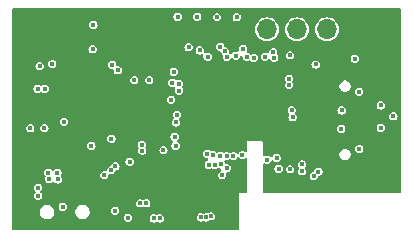
<source format=gbr>
%TF.GenerationSoftware,KiCad,Pcbnew,8.0.5*%
%TF.CreationDate,2024-12-17T02:27:59+01:00*%
%TF.ProjectId,hardware v5,68617264-7761-4726-9520-76352e6b6963,rev?*%
%TF.SameCoordinates,Original*%
%TF.FileFunction,Copper,L2,Inr*%
%TF.FilePolarity,Positive*%
%FSLAX46Y46*%
G04 Gerber Fmt 4.6, Leading zero omitted, Abs format (unit mm)*
G04 Created by KiCad (PCBNEW 8.0.5) date 2024-12-17 02:27:59*
%MOMM*%
%LPD*%
G01*
G04 APERTURE LIST*
%TA.AperFunction,ComponentPad*%
%ADD10R,1.700000X1.700000*%
%TD*%
%TA.AperFunction,ComponentPad*%
%ADD11O,1.700000X1.700000*%
%TD*%
%TA.AperFunction,ComponentPad*%
%ADD12O,1.800000X1.000000*%
%TD*%
%TA.AperFunction,ComponentPad*%
%ADD13O,2.100000X1.000000*%
%TD*%
%TA.AperFunction,ViaPad*%
%ADD14C,0.400000*%
%TD*%
G04 APERTURE END LIST*
D10*
%TO.N,GND*%
%TO.C,J3*%
X148570000Y-92965000D03*
D11*
%TO.N,+3.3V*%
X146030000Y-92965000D03*
%TO.N,OLED_SCL*%
X143490000Y-92965000D03*
%TO.N,OLED_SDA*%
X140950000Y-92965000D03*
%TD*%
D12*
%TO.N,GND*%
%TO.C,J2*%
X151240000Y-96350000D03*
D13*
X147060000Y-96350000D03*
D12*
X151240000Y-104990000D03*
D13*
X147060000Y-104990000D03*
%TD*%
D14*
%TO.N,GND*%
X126300000Y-96390000D03*
%TO.N,GPSTIMEPULSE*%
X126190000Y-94650000D03*
X133060000Y-96550000D03*
X137390000Y-94810000D03*
%TO.N,Net-(ANT2-TIMEPULSE)*%
X126250000Y-92590000D03*
%TO.N,GPSEXTINT*%
X128090000Y-108330000D03*
X136420000Y-103640000D03*
%TO.N,GNDGPS*%
X121700000Y-96080000D03*
X127750000Y-104900000D03*
X122120000Y-98000000D03*
X128110000Y-104570000D03*
X121530000Y-98000000D03*
%TO.N,GND*%
X121430000Y-91890000D03*
X120620000Y-104950000D03*
X150430000Y-98280000D03*
X149090000Y-105540000D03*
X122770000Y-97120000D03*
X136230000Y-100910000D03*
X138350000Y-96890000D03*
X143220000Y-106520000D03*
X149930000Y-103260000D03*
X145260000Y-106520000D03*
X121640000Y-105130000D03*
X138360000Y-93700000D03*
X136340000Y-97140000D03*
X151380000Y-106520000D03*
X131840000Y-101000000D03*
X120030000Y-106430000D03*
X147060000Y-94160000D03*
X137450000Y-101240000D03*
X119780000Y-105010000D03*
X120320000Y-91470000D03*
X136150000Y-101900000D03*
X139830000Y-93610000D03*
X119820000Y-105800000D03*
X122600000Y-94870000D03*
X143160000Y-101250000D03*
X142200000Y-106520000D03*
X130820000Y-100250000D03*
X138910000Y-106540000D03*
X134060000Y-106430000D03*
X140570000Y-101920000D03*
X143440000Y-102740000D03*
X119770000Y-97230000D03*
X139370000Y-96870000D03*
X125090000Y-101470000D03*
X137270000Y-97540000D03*
X149340000Y-106520000D03*
X126290000Y-91440000D03*
X133330000Y-95060000D03*
X122920000Y-103320000D03*
X141150000Y-100950000D03*
X138270000Y-106990000D03*
X133670000Y-104790000D03*
X132980000Y-104880000D03*
X145650000Y-96580000D03*
X120590000Y-105770000D03*
X151160000Y-103200000D03*
X125130000Y-91890000D03*
X137100000Y-107090000D03*
X148640000Y-91490000D03*
X138400000Y-99310000D03*
X141140000Y-101910000D03*
X119770000Y-95840000D03*
X142210000Y-92970000D03*
X144600000Y-104770000D03*
X144680000Y-91590000D03*
X147810000Y-106520000D03*
X130350000Y-96410000D03*
X150330000Y-102310000D03*
X139850000Y-94290000D03*
X138270000Y-109030000D03*
X122810000Y-107270000D03*
X140620000Y-94220000D03*
X147710000Y-98490000D03*
X148320000Y-106520000D03*
X148830000Y-106520000D03*
X129250000Y-101410000D03*
X127390000Y-100180000D03*
X142254834Y-95284834D03*
X142710000Y-106520000D03*
X125260000Y-98410000D03*
X147680000Y-102870000D03*
X146790000Y-106520000D03*
X149130000Y-102280000D03*
X131890000Y-105050000D03*
X134180000Y-93190000D03*
X150360000Y-106520000D03*
X133610000Y-108220000D03*
X133730000Y-107250000D03*
X140140000Y-98080000D03*
X123690000Y-104750000D03*
X138270000Y-107500000D03*
X143660000Y-103890000D03*
X151440000Y-97360000D03*
X124820000Y-104340000D03*
X149990000Y-93840000D03*
X126530000Y-97480000D03*
X143730000Y-106520000D03*
X119620000Y-103290000D03*
X120500000Y-93330000D03*
X144040000Y-100990000D03*
X147300000Y-106520000D03*
X150410000Y-97380000D03*
X151750000Y-103830000D03*
X127260000Y-101240000D03*
X127300000Y-98910000D03*
X151910000Y-91440000D03*
X149810000Y-104430000D03*
X138280000Y-98070000D03*
X130610000Y-105150000D03*
X138270000Y-108010000D03*
X126290000Y-105160000D03*
X147260000Y-91500000D03*
X131130000Y-91840000D03*
X140960000Y-106540000D03*
X149270000Y-96100000D03*
X123980000Y-102590000D03*
X151890000Y-106520000D03*
X133350000Y-93820000D03*
X148240000Y-94180000D03*
X123990000Y-91440000D03*
X141690000Y-106520000D03*
X151420000Y-98330000D03*
X151950000Y-94110000D03*
X125650000Y-94550000D03*
X144750000Y-106520000D03*
X131980000Y-97790000D03*
X121260000Y-109500000D03*
X133600000Y-94590000D03*
X139420000Y-91460000D03*
X135870000Y-91390000D03*
X141950000Y-91490000D03*
X138270000Y-108520000D03*
X119820000Y-94310000D03*
X137820000Y-101920000D03*
X119660000Y-92000000D03*
X148310000Y-101990000D03*
X137390000Y-109610000D03*
X129280000Y-91460000D03*
X149850000Y-106520000D03*
X142340000Y-102840000D03*
X129100000Y-98890000D03*
X144240000Y-106520000D03*
X121160000Y-94310000D03*
X127430000Y-91840000D03*
X120120000Y-108490000D03*
X138270000Y-109540000D03*
X122700000Y-92360000D03*
X149970000Y-96060000D03*
X130820000Y-101380000D03*
X122840000Y-106450000D03*
X150870000Y-106520000D03*
X151640000Y-102310000D03*
X141150000Y-98100000D03*
X137560000Y-91420000D03*
X146280000Y-106520000D03*
X119630000Y-101820000D03*
X123340000Y-108700000D03*
X145770000Y-106520000D03*
X122490000Y-91430000D03*
X135290000Y-93160000D03*
X136240000Y-98010000D03*
X131770000Y-99750000D03*
X149890000Y-91610000D03*
X132150000Y-91470000D03*
X124490000Y-97620000D03*
X125490000Y-97440000D03*
X134200000Y-91430000D03*
X150920000Y-94920000D03*
%TO.N,+3.3V*%
X135920000Y-95280000D03*
X137560000Y-104730000D03*
X137060000Y-104410000D03*
X130360000Y-102760000D03*
X133330000Y-100220000D03*
X122100000Y-101330000D03*
X135270000Y-94750000D03*
X136510000Y-104430000D03*
X142820000Y-97140000D03*
X143920000Y-104400000D03*
X134320000Y-94480000D03*
X136020000Y-104430000D03*
X127840000Y-95980000D03*
X137150000Y-105320000D03*
X122770000Y-95900000D03*
X141758656Y-103854826D03*
X143910000Y-104990000D03*
X129320000Y-104170000D03*
X142820000Y-97690000D03*
X138868083Y-103605000D03*
X120910000Y-101340000D03*
X128320000Y-96440000D03*
X133250000Y-100860831D03*
X130380000Y-103240000D03*
X139833442Y-95395000D03*
%TO.N,vusb*%
X131359997Y-108980000D03*
X131860000Y-108980000D03*
X121580000Y-107080000D03*
X145300000Y-105010000D03*
X121570000Y-106370000D03*
X151650000Y-100330000D03*
X144915000Y-105395000D03*
%TO.N,Net-(IC3-EN)*%
X135360000Y-108890000D03*
X136210000Y-108800000D03*
X135800000Y-108900000D03*
X123660000Y-107980000D03*
%TO.N,Net-(U1-NRST)*%
X133380000Y-91910000D03*
X132830000Y-98940000D03*
%TO.N,SPI_MOSi*%
X127780000Y-102220000D03*
X137557500Y-95295095D03*
%TO.N,SPI_MISO*%
X136990000Y-103680000D03*
X129715000Y-97260000D03*
%TO.N,SPI_CS*%
X130985000Y-97260000D03*
X137010000Y-94450000D03*
%TO.N,COMPASSDA*%
X132950000Y-97500000D03*
X142900000Y-104810000D03*
X141478477Y-94897064D03*
%TO.N,COMPASSCL*%
X133499998Y-98155000D03*
X141940251Y-104764958D03*
%TO.N,USART_RX*%
X140960000Y-103999240D03*
X142900000Y-95170000D03*
%TO.N,USART_TX*%
X138100000Y-103700000D03*
%TO.N,OLED_SCL*%
X137530000Y-103700000D03*
%TO.N,ALIMGPS*%
X133130000Y-102060000D03*
X127170000Y-105310000D03*
%TO.N,Net-(U1-PA4)*%
X129180000Y-108910000D03*
X135900002Y-103510000D03*
%TO.N,BAT+*%
X122450000Y-105110000D03*
X130200000Y-107700000D03*
X130720000Y-107700000D03*
X123220000Y-105680000D03*
X123210000Y-105110000D03*
X122490000Y-105660000D03*
%TO.N,SWDIO*%
X138930000Y-94610000D03*
X138400000Y-91940000D03*
%TO.N,SWCLK*%
X136720000Y-91930000D03*
X139230000Y-95280000D03*
%TO.N,SWO*%
X135040000Y-91900000D03*
X138307500Y-95190000D03*
%TO.N,D+*%
X150595000Y-101310000D03*
X140790000Y-95283906D03*
%TO.N,D-*%
X141558903Y-95390555D03*
X150595000Y-99410000D03*
%TO.N,Net-(U1-PB0)*%
X148384659Y-95447254D03*
X143120000Y-100410000D03*
%TO.N,Net-(U1-PB1)*%
X145070000Y-95950000D03*
X143050000Y-99810000D03*
%TO.N,Net-(ANT2-RXD)*%
X133214488Y-102810000D03*
%TO.N,Net-(ANT2-TXD)*%
X132190002Y-103188079D03*
%TO.N,Net-(ANT2-V_BCKP)*%
X123765000Y-100805000D03*
%TO.N,USBD-*%
X147270000Y-99830000D03*
%TO.N,Net-(J2-CC1)*%
X148750000Y-98240000D03*
%TO.N,USBD+*%
X147240000Y-101400000D03*
%TO.N,Net-(J2-CC2)*%
X148760000Y-103100000D03*
%TO.N,Net-(S3-COM_2)*%
X126090000Y-102840000D03*
X133499998Y-97560000D03*
%TD*%
%TA.AperFunction,Conductor*%
%TO.N,GND*%
G36*
X152232539Y-91180185D02*
G01*
X152278294Y-91232989D01*
X152289500Y-91284500D01*
X152289500Y-106726000D01*
X152269815Y-106793039D01*
X152217011Y-106838794D01*
X152165500Y-106850000D01*
X145171362Y-106850000D01*
X145137306Y-106840000D01*
X145110000Y-106840000D01*
X140734000Y-106840000D01*
X140666961Y-106820315D01*
X140621206Y-106767511D01*
X140610000Y-106716000D01*
X140610000Y-105394997D01*
X144560131Y-105394997D01*
X144560131Y-105395002D01*
X144577498Y-105504658D01*
X144627904Y-105603585D01*
X144627909Y-105603592D01*
X144706407Y-105682090D01*
X144706410Y-105682092D01*
X144706413Y-105682095D01*
X144805339Y-105732500D01*
X144805341Y-105732501D01*
X144914998Y-105749869D01*
X144915000Y-105749869D01*
X144915002Y-105749869D01*
X145024658Y-105732501D01*
X145024659Y-105732500D01*
X145024661Y-105732500D01*
X145123587Y-105682095D01*
X145202095Y-105603587D01*
X145252500Y-105504661D01*
X145259895Y-105457968D01*
X145289823Y-105394837D01*
X145349134Y-105357905D01*
X145362955Y-105354897D01*
X145409661Y-105347500D01*
X145508587Y-105297095D01*
X145587095Y-105218587D01*
X145637500Y-105119661D01*
X145637500Y-105119659D01*
X145637501Y-105119658D01*
X145654869Y-105010002D01*
X145654869Y-105009997D01*
X145637501Y-104900341D01*
X145637327Y-104900000D01*
X145587095Y-104801413D01*
X145587092Y-104801410D01*
X145587090Y-104801407D01*
X145508592Y-104722909D01*
X145508588Y-104722906D01*
X145508587Y-104722905D01*
X145469335Y-104702905D01*
X145409658Y-104672498D01*
X145300002Y-104655131D01*
X145299998Y-104655131D01*
X145190341Y-104672498D01*
X145091414Y-104722904D01*
X145091407Y-104722909D01*
X145012909Y-104801407D01*
X145012904Y-104801414D01*
X144962499Y-104900341D01*
X144955104Y-104947030D01*
X144925174Y-105010164D01*
X144865863Y-105047095D01*
X144852030Y-105050104D01*
X144805341Y-105057499D01*
X144706414Y-105107904D01*
X144706407Y-105107909D01*
X144627909Y-105186407D01*
X144627904Y-105186414D01*
X144577498Y-105285341D01*
X144560131Y-105394997D01*
X140610000Y-105394997D01*
X140610000Y-104764955D01*
X141585382Y-104764955D01*
X141585382Y-104764960D01*
X141602749Y-104874616D01*
X141653155Y-104973543D01*
X141653160Y-104973550D01*
X141731658Y-105052048D01*
X141731661Y-105052050D01*
X141731664Y-105052053D01*
X141823546Y-105098869D01*
X141830592Y-105102459D01*
X141940249Y-105119827D01*
X141940251Y-105119827D01*
X141940253Y-105119827D01*
X142049909Y-105102459D01*
X142049910Y-105102458D01*
X142049912Y-105102458D01*
X142148838Y-105052053D01*
X142227346Y-104973545D01*
X142277751Y-104874619D01*
X142277751Y-104874617D01*
X142277752Y-104874616D01*
X142287987Y-104809997D01*
X142545131Y-104809997D01*
X142545131Y-104810002D01*
X142562498Y-104919658D01*
X142612904Y-105018585D01*
X142612909Y-105018592D01*
X142691407Y-105097090D01*
X142691410Y-105097092D01*
X142691413Y-105097095D01*
X142790339Y-105147500D01*
X142790341Y-105147501D01*
X142899998Y-105164869D01*
X142900000Y-105164869D01*
X142900002Y-105164869D01*
X143009658Y-105147501D01*
X143009659Y-105147500D01*
X143009661Y-105147500D01*
X143108587Y-105097095D01*
X143187095Y-105018587D01*
X143201662Y-104989997D01*
X143555131Y-104989997D01*
X143555131Y-104990002D01*
X143572498Y-105099658D01*
X143622904Y-105198585D01*
X143622909Y-105198592D01*
X143701407Y-105277090D01*
X143701410Y-105277092D01*
X143701413Y-105277095D01*
X143785623Y-105320002D01*
X143800341Y-105327501D01*
X143909998Y-105344869D01*
X143910000Y-105344869D01*
X143910002Y-105344869D01*
X144019658Y-105327501D01*
X144019659Y-105327500D01*
X144019661Y-105327500D01*
X144118587Y-105277095D01*
X144197095Y-105198587D01*
X144247500Y-105099661D01*
X144247500Y-105099659D01*
X144247501Y-105099658D01*
X144264869Y-104990002D01*
X144264869Y-104989997D01*
X144247501Y-104880341D01*
X144247500Y-104880339D01*
X144197095Y-104781413D01*
X144197092Y-104781410D01*
X144191356Y-104773514D01*
X144194424Y-104771285D01*
X144169899Y-104726454D01*
X144174828Y-104656758D01*
X144203367Y-104612315D01*
X144207095Y-104608587D01*
X144257500Y-104509661D01*
X144257500Y-104509659D01*
X144257501Y-104509658D01*
X144274869Y-104400002D01*
X144274869Y-104399997D01*
X144257501Y-104290341D01*
X144237127Y-104250354D01*
X144207095Y-104191413D01*
X144207092Y-104191410D01*
X144207090Y-104191407D01*
X144128592Y-104112909D01*
X144128588Y-104112906D01*
X144128587Y-104112905D01*
X144088540Y-104092500D01*
X144029658Y-104062498D01*
X143920002Y-104045131D01*
X143919998Y-104045131D01*
X143810341Y-104062498D01*
X143711414Y-104112904D01*
X143711407Y-104112909D01*
X143632909Y-104191407D01*
X143632904Y-104191414D01*
X143582498Y-104290341D01*
X143565131Y-104399997D01*
X143565131Y-104400002D01*
X143582498Y-104509658D01*
X143632904Y-104608585D01*
X143638644Y-104616486D01*
X143635585Y-104618708D01*
X143660121Y-104663642D01*
X143655137Y-104733334D01*
X143626636Y-104777681D01*
X143622909Y-104781407D01*
X143622904Y-104781414D01*
X143572498Y-104880341D01*
X143555131Y-104989997D01*
X143201662Y-104989997D01*
X143237500Y-104919661D01*
X143237500Y-104919659D01*
X143237501Y-104919658D01*
X143254869Y-104810002D01*
X143254869Y-104809997D01*
X143237501Y-104700341D01*
X143235847Y-104697095D01*
X143187095Y-104601413D01*
X143187092Y-104601410D01*
X143187090Y-104601407D01*
X143108592Y-104522909D01*
X143108588Y-104522906D01*
X143108587Y-104522905D01*
X143078353Y-104507500D01*
X143009658Y-104472498D01*
X142900002Y-104455131D01*
X142899998Y-104455131D01*
X142790341Y-104472498D01*
X142691414Y-104522904D01*
X142691407Y-104522909D01*
X142612909Y-104601407D01*
X142612904Y-104601414D01*
X142562498Y-104700341D01*
X142545131Y-104809997D01*
X142287987Y-104809997D01*
X142295120Y-104764960D01*
X142295120Y-104764955D01*
X142277752Y-104655299D01*
X142256151Y-104612904D01*
X142227346Y-104556371D01*
X142227343Y-104556368D01*
X142227341Y-104556365D01*
X142148843Y-104477867D01*
X142148839Y-104477864D01*
X142148838Y-104477863D01*
X142049912Y-104427458D01*
X142049911Y-104427457D01*
X142049908Y-104427456D01*
X142049909Y-104427456D01*
X141936272Y-104409458D01*
X141873137Y-104379529D01*
X141861817Y-104361349D01*
X141861702Y-104369428D01*
X141823093Y-104427661D01*
X141799532Y-104443282D01*
X141731665Y-104477862D01*
X141731658Y-104477867D01*
X141653160Y-104556365D01*
X141653155Y-104556372D01*
X141602749Y-104655299D01*
X141585382Y-104764955D01*
X140610000Y-104764955D01*
X140610000Y-104416630D01*
X140629685Y-104349591D01*
X140682489Y-104303836D01*
X140751647Y-104293892D01*
X140790288Y-104306142D01*
X140850339Y-104336740D01*
X140850341Y-104336740D01*
X140850343Y-104336741D01*
X140959998Y-104354109D01*
X140960000Y-104354109D01*
X140960002Y-104354109D01*
X141069658Y-104336741D01*
X141069659Y-104336740D01*
X141069661Y-104336740D01*
X141168587Y-104286335D01*
X141247095Y-104207827D01*
X141294123Y-104115526D01*
X141342095Y-104064732D01*
X141409916Y-104047936D01*
X141476051Y-104070473D01*
X141492288Y-104084141D01*
X141550063Y-104141916D01*
X141550066Y-104141918D01*
X141550069Y-104141921D01*
X141617935Y-104176500D01*
X141648997Y-104192327D01*
X141762634Y-104210325D01*
X141825768Y-104240254D01*
X141837088Y-104258434D01*
X141837204Y-104250354D01*
X141875814Y-104192122D01*
X141899371Y-104176503D01*
X141967243Y-104141921D01*
X142045751Y-104063413D01*
X142096156Y-103964487D01*
X142096156Y-103964485D01*
X142096157Y-103964484D01*
X142113525Y-103854828D01*
X142113525Y-103854823D01*
X142096157Y-103745167D01*
X142082613Y-103718585D01*
X142045751Y-103646239D01*
X142045748Y-103646236D01*
X142045746Y-103646233D01*
X141967248Y-103567735D01*
X141967244Y-103567732D01*
X141967243Y-103567731D01*
X141963399Y-103565772D01*
X141868314Y-103517324D01*
X141758658Y-103499957D01*
X141758654Y-103499957D01*
X141648997Y-103517324D01*
X141550070Y-103567730D01*
X141550063Y-103567735D01*
X141471565Y-103646233D01*
X141471562Y-103646237D01*
X141471561Y-103646239D01*
X141436699Y-103714661D01*
X141424533Y-103738538D01*
X141376558Y-103789334D01*
X141308737Y-103806129D01*
X141242603Y-103783592D01*
X141226367Y-103769924D01*
X141168592Y-103712149D01*
X141168588Y-103712146D01*
X141168587Y-103712145D01*
X141164743Y-103710186D01*
X141069658Y-103661738D01*
X140960002Y-103644371D01*
X140959998Y-103644371D01*
X140850341Y-103661738D01*
X140790294Y-103692334D01*
X140721625Y-103705230D01*
X140656884Y-103678953D01*
X140616628Y-103621846D01*
X140610000Y-103581849D01*
X140610000Y-103497399D01*
X147084500Y-103497399D01*
X147084500Y-103622601D01*
X147116905Y-103743536D01*
X147179505Y-103851964D01*
X147268036Y-103940495D01*
X147376464Y-104003095D01*
X147497399Y-104035500D01*
X147497401Y-104035500D01*
X147622599Y-104035500D01*
X147622601Y-104035500D01*
X147743536Y-104003095D01*
X147851964Y-103940495D01*
X147940495Y-103851964D01*
X148003095Y-103743536D01*
X148035500Y-103622601D01*
X148035500Y-103497399D01*
X148003095Y-103376464D01*
X147940495Y-103268036D01*
X147851964Y-103179505D01*
X147743536Y-103116905D01*
X147743537Y-103116905D01*
X147680454Y-103100002D01*
X147680435Y-103099997D01*
X148405131Y-103099997D01*
X148405131Y-103100002D01*
X148422498Y-103209658D01*
X148472904Y-103308585D01*
X148472909Y-103308592D01*
X148551407Y-103387090D01*
X148551410Y-103387092D01*
X148551413Y-103387095D01*
X148610765Y-103417336D01*
X148650341Y-103437501D01*
X148759998Y-103454869D01*
X148760000Y-103454869D01*
X148760002Y-103454869D01*
X148869658Y-103437501D01*
X148869659Y-103437500D01*
X148869661Y-103437500D01*
X148968587Y-103387095D01*
X149047095Y-103308587D01*
X149097500Y-103209661D01*
X149097500Y-103209659D01*
X149097501Y-103209658D01*
X149114869Y-103100002D01*
X149114869Y-103099997D01*
X149097501Y-102990341D01*
X149083739Y-102963332D01*
X149047095Y-102891413D01*
X149047092Y-102891410D01*
X149047090Y-102891407D01*
X148968592Y-102812909D01*
X148968588Y-102812906D01*
X148968587Y-102812905D01*
X148962880Y-102809997D01*
X148869658Y-102762498D01*
X148760002Y-102745131D01*
X148759998Y-102745131D01*
X148650341Y-102762498D01*
X148551414Y-102812904D01*
X148551407Y-102812909D01*
X148472909Y-102891407D01*
X148472904Y-102891414D01*
X148422498Y-102990341D01*
X148405131Y-103099997D01*
X147680435Y-103099997D01*
X147622601Y-103084500D01*
X147497399Y-103084500D01*
X147439546Y-103100002D01*
X147376463Y-103116905D01*
X147268037Y-103179504D01*
X147268034Y-103179506D01*
X147179506Y-103268034D01*
X147179504Y-103268037D01*
X147116905Y-103376463D01*
X147110507Y-103400341D01*
X147084500Y-103497399D01*
X140610000Y-103497399D01*
X140610000Y-102500000D01*
X140560000Y-102450000D01*
X139290000Y-102450000D01*
X139290000Y-103231872D01*
X139270315Y-103298911D01*
X139217511Y-103344666D01*
X139148353Y-103354610D01*
X139084797Y-103325585D01*
X139078319Y-103319553D01*
X139076675Y-103317909D01*
X139076671Y-103317906D01*
X139076670Y-103317905D01*
X139047415Y-103302999D01*
X138977741Y-103267498D01*
X138868085Y-103250131D01*
X138868081Y-103250131D01*
X138758424Y-103267498D01*
X138659497Y-103317904D01*
X138659490Y-103317909D01*
X138580992Y-103396407D01*
X138580988Y-103396412D01*
X138560957Y-103435725D01*
X138512981Y-103486520D01*
X138445160Y-103503314D01*
X138379025Y-103480775D01*
X138362792Y-103467109D01*
X138308592Y-103412909D01*
X138308588Y-103412906D01*
X138308587Y-103412905D01*
X138276712Y-103396664D01*
X138209658Y-103362498D01*
X138100002Y-103345131D01*
X138099998Y-103345131D01*
X137990341Y-103362498D01*
X137891412Y-103412905D01*
X137887878Y-103415473D01*
X137882861Y-103417262D01*
X137882717Y-103417336D01*
X137882707Y-103417317D01*
X137822070Y-103438947D01*
X137754017Y-103423117D01*
X137742122Y-103415473D01*
X137738587Y-103412905D01*
X137639658Y-103362498D01*
X137530002Y-103345131D01*
X137529998Y-103345131D01*
X137420342Y-103362498D01*
X137333101Y-103406949D01*
X137264432Y-103419844D01*
X137203927Y-103396784D01*
X137198589Y-103392906D01*
X137099658Y-103342498D01*
X136990002Y-103325131D01*
X136989998Y-103325131D01*
X136880342Y-103342498D01*
X136786940Y-103390088D01*
X136718271Y-103402983D01*
X136653531Y-103376705D01*
X136642966Y-103367283D01*
X136628592Y-103352909D01*
X136628588Y-103352906D01*
X136628587Y-103352905D01*
X136608162Y-103342498D01*
X136529658Y-103302498D01*
X136420002Y-103285131D01*
X136419998Y-103285131D01*
X136310340Y-103302499D01*
X136310339Y-103302499D01*
X136309683Y-103302834D01*
X136308799Y-103302999D01*
X136301063Y-103305514D01*
X136300737Y-103304513D01*
X136241013Y-103315727D01*
X136176274Y-103289448D01*
X136165720Y-103280036D01*
X136108589Y-103222905D01*
X136040233Y-103188076D01*
X136009660Y-103172498D01*
X135900004Y-103155131D01*
X135900000Y-103155131D01*
X135790343Y-103172498D01*
X135691416Y-103222904D01*
X135691409Y-103222909D01*
X135612911Y-103301407D01*
X135612906Y-103301414D01*
X135562500Y-103400341D01*
X135545133Y-103509997D01*
X135545133Y-103510002D01*
X135562500Y-103619658D01*
X135612906Y-103718585D01*
X135612911Y-103718592D01*
X135691409Y-103797090D01*
X135691412Y-103797092D01*
X135691415Y-103797095D01*
X135760898Y-103832498D01*
X135790343Y-103847501D01*
X135871765Y-103860397D01*
X135934900Y-103890326D01*
X135971831Y-103949638D01*
X135970833Y-104019500D01*
X135932223Y-104077733D01*
X135908665Y-104093352D01*
X135814777Y-104141190D01*
X135811411Y-104142906D01*
X135811407Y-104142909D01*
X135732909Y-104221407D01*
X135732904Y-104221414D01*
X135682498Y-104320341D01*
X135665131Y-104429997D01*
X135665131Y-104430002D01*
X135682498Y-104539658D01*
X135732904Y-104638585D01*
X135732909Y-104638592D01*
X135811407Y-104717090D01*
X135811410Y-104717092D01*
X135811413Y-104717095D01*
X135905175Y-104764869D01*
X135910341Y-104767501D01*
X136019998Y-104784869D01*
X136020000Y-104784869D01*
X136020002Y-104784869D01*
X136129656Y-104767501D01*
X136129656Y-104767500D01*
X136129661Y-104767500D01*
X136208709Y-104727223D01*
X136277374Y-104714328D01*
X136321288Y-104727222D01*
X136400339Y-104767500D01*
X136400341Y-104767500D01*
X136400343Y-104767501D01*
X136509998Y-104784869D01*
X136510000Y-104784869D01*
X136510002Y-104784869D01*
X136619658Y-104767501D01*
X136619659Y-104767500D01*
X136619661Y-104767500D01*
X136718587Y-104717095D01*
X136718592Y-104717089D01*
X136726486Y-104711356D01*
X136728558Y-104714208D01*
X136774243Y-104689240D01*
X136843936Y-104694197D01*
X136856919Y-104699900D01*
X136950339Y-104747500D01*
X136950341Y-104747500D01*
X136950343Y-104747501D01*
X136993906Y-104754401D01*
X137057041Y-104784330D01*
X137093972Y-104843642D01*
X137092974Y-104913504D01*
X137054364Y-104971737D01*
X137030804Y-104987358D01*
X136941413Y-105032905D01*
X136941412Y-105032906D01*
X136941407Y-105032909D01*
X136862909Y-105111407D01*
X136862904Y-105111414D01*
X136812498Y-105210341D01*
X136795131Y-105319997D01*
X136795131Y-105320002D01*
X136812498Y-105429658D01*
X136862904Y-105528585D01*
X136862909Y-105528592D01*
X136941407Y-105607090D01*
X136941410Y-105607092D01*
X136941413Y-105607095D01*
X137020713Y-105647500D01*
X137040341Y-105657501D01*
X137149998Y-105674869D01*
X137150000Y-105674869D01*
X137150002Y-105674869D01*
X137259658Y-105657501D01*
X137259659Y-105657500D01*
X137259661Y-105657500D01*
X137358587Y-105607095D01*
X137437095Y-105528587D01*
X137487500Y-105429661D01*
X137487500Y-105429659D01*
X137487501Y-105429658D01*
X137504869Y-105320002D01*
X137504869Y-105319998D01*
X137489286Y-105221614D01*
X137498240Y-105152321D01*
X137543236Y-105098869D01*
X137592356Y-105079744D01*
X137669661Y-105067500D01*
X137768587Y-105017095D01*
X137847095Y-104938587D01*
X137897500Y-104839661D01*
X137897500Y-104839659D01*
X137897501Y-104839658D01*
X137914869Y-104730002D01*
X137914869Y-104729997D01*
X137897501Y-104620341D01*
X137871851Y-104570000D01*
X137847095Y-104521413D01*
X137847092Y-104521410D01*
X137847090Y-104521407D01*
X137768592Y-104442909D01*
X137768588Y-104442906D01*
X137768587Y-104442905D01*
X137743263Y-104430002D01*
X137669658Y-104392498D01*
X137560002Y-104375131D01*
X137560001Y-104375131D01*
X137560000Y-104375131D01*
X137551562Y-104376467D01*
X137533165Y-104379381D01*
X137463872Y-104370425D01*
X137410420Y-104325428D01*
X137402391Y-104308799D01*
X137401930Y-104309034D01*
X137390364Y-104286335D01*
X137362935Y-104232500D01*
X137360300Y-104227329D01*
X137347404Y-104158660D01*
X137373681Y-104093919D01*
X137430788Y-104053663D01*
X137490181Y-104048562D01*
X137530000Y-104054869D01*
X137530000Y-104054868D01*
X137530001Y-104054869D01*
X137530002Y-104054869D01*
X137639658Y-104037501D01*
X137639659Y-104037500D01*
X137639661Y-104037500D01*
X137738587Y-103987095D01*
X137738590Y-103987091D01*
X137742116Y-103984531D01*
X137747129Y-103982742D01*
X137747283Y-103982664D01*
X137747293Y-103982683D01*
X137807923Y-103961052D01*
X137875977Y-103976879D01*
X137887884Y-103984531D01*
X137891412Y-103987094D01*
X137891413Y-103987095D01*
X137951087Y-104017500D01*
X137990341Y-104037501D01*
X138099998Y-104054869D01*
X138100000Y-104054869D01*
X138100002Y-104054869D01*
X138209658Y-104037501D01*
X138209659Y-104037500D01*
X138209661Y-104037500D01*
X138308587Y-103987095D01*
X138387095Y-103908587D01*
X138407124Y-103869276D01*
X138455098Y-103818480D01*
X138522919Y-103801685D01*
X138589054Y-103824222D01*
X138605290Y-103837890D01*
X138659490Y-103892090D01*
X138659493Y-103892092D01*
X138659496Y-103892095D01*
X138728188Y-103927095D01*
X138758424Y-103942501D01*
X138868081Y-103959869D01*
X138868083Y-103959869D01*
X138868085Y-103959869D01*
X138977741Y-103942501D01*
X138977742Y-103942500D01*
X138977744Y-103942500D01*
X139076670Y-103892095D01*
X139076675Y-103892090D01*
X139078319Y-103890447D01*
X139080810Y-103889086D01*
X139084569Y-103886356D01*
X139084921Y-103886841D01*
X139139642Y-103856962D01*
X139209334Y-103861946D01*
X139265267Y-103903818D01*
X139289684Y-103969282D01*
X139290000Y-103978128D01*
X139290000Y-106716000D01*
X139270315Y-106783039D01*
X139217511Y-106828794D01*
X139166000Y-106840000D01*
X138570000Y-106840000D01*
X138570000Y-109835500D01*
X138550315Y-109902539D01*
X138497511Y-109948294D01*
X138446000Y-109959500D01*
X119504500Y-109959500D01*
X119437461Y-109939815D01*
X119391706Y-109887011D01*
X119380500Y-109835500D01*
X119380500Y-108355943D01*
X121729500Y-108355943D01*
X121729500Y-108514057D01*
X121758666Y-108622904D01*
X121770423Y-108666783D01*
X121770426Y-108666790D01*
X121849475Y-108803709D01*
X121849479Y-108803714D01*
X121849480Y-108803716D01*
X121961284Y-108915520D01*
X121961286Y-108915521D01*
X121961290Y-108915524D01*
X122072971Y-108980002D01*
X122098216Y-108994577D01*
X122250943Y-109035500D01*
X122250945Y-109035500D01*
X122409055Y-109035500D01*
X122409057Y-109035500D01*
X122561784Y-108994577D01*
X122698716Y-108915520D01*
X122810520Y-108803716D01*
X122889577Y-108666784D01*
X122930500Y-108514057D01*
X122930500Y-108355943D01*
X124729500Y-108355943D01*
X124729500Y-108514057D01*
X124758666Y-108622904D01*
X124770423Y-108666783D01*
X124770426Y-108666790D01*
X124849475Y-108803709D01*
X124849479Y-108803714D01*
X124849480Y-108803716D01*
X124961284Y-108915520D01*
X124961286Y-108915521D01*
X124961290Y-108915524D01*
X125072971Y-108980002D01*
X125098216Y-108994577D01*
X125250943Y-109035500D01*
X125250945Y-109035500D01*
X125409055Y-109035500D01*
X125409057Y-109035500D01*
X125561784Y-108994577D01*
X125698716Y-108915520D01*
X125704239Y-108909997D01*
X128825131Y-108909997D01*
X128825131Y-108910002D01*
X128842498Y-109019658D01*
X128892904Y-109118585D01*
X128892909Y-109118592D01*
X128971407Y-109197090D01*
X128971410Y-109197092D01*
X128971413Y-109197095D01*
X129027515Y-109225680D01*
X129070341Y-109247501D01*
X129179998Y-109264869D01*
X129180000Y-109264869D01*
X129180002Y-109264869D01*
X129289658Y-109247501D01*
X129289659Y-109247500D01*
X129289661Y-109247500D01*
X129388587Y-109197095D01*
X129467095Y-109118587D01*
X129517500Y-109019661D01*
X129517500Y-109019659D01*
X129517501Y-109019658D01*
X129523783Y-108979997D01*
X131005128Y-108979997D01*
X131005128Y-108980002D01*
X131022495Y-109089658D01*
X131072901Y-109188585D01*
X131072906Y-109188592D01*
X131151404Y-109267090D01*
X131151407Y-109267092D01*
X131151410Y-109267095D01*
X131166289Y-109274676D01*
X131250338Y-109317501D01*
X131359995Y-109334869D01*
X131359997Y-109334869D01*
X131359999Y-109334869D01*
X131469653Y-109317501D01*
X131469653Y-109317500D01*
X131469658Y-109317500D01*
X131553706Y-109274675D01*
X131622372Y-109261780D01*
X131666292Y-109274676D01*
X131750341Y-109317501D01*
X131859998Y-109334869D01*
X131860000Y-109334869D01*
X131860002Y-109334869D01*
X131969658Y-109317501D01*
X131969659Y-109317500D01*
X131969661Y-109317500D01*
X132068587Y-109267095D01*
X132147095Y-109188587D01*
X132197500Y-109089661D01*
X132197500Y-109089659D01*
X132197501Y-109089658D01*
X132214869Y-108980002D01*
X132214869Y-108979997D01*
X132200614Y-108889997D01*
X135005131Y-108889997D01*
X135005131Y-108890002D01*
X135022498Y-108999658D01*
X135072904Y-109098585D01*
X135072909Y-109098592D01*
X135151407Y-109177090D01*
X135151410Y-109177092D01*
X135151413Y-109177095D01*
X135246767Y-109225680D01*
X135250341Y-109227501D01*
X135359998Y-109244869D01*
X135360000Y-109244869D01*
X135360002Y-109244869D01*
X135469657Y-109227501D01*
X135469658Y-109227500D01*
X135469661Y-109227500D01*
X135513894Y-109204962D01*
X135582559Y-109192066D01*
X135626476Y-109204960D01*
X135690339Y-109237500D01*
X135690341Y-109237500D01*
X135690343Y-109237501D01*
X135799998Y-109254869D01*
X135800000Y-109254869D01*
X135800002Y-109254869D01*
X135909658Y-109237501D01*
X135909659Y-109237500D01*
X135909661Y-109237500D01*
X136008587Y-109187095D01*
X136019270Y-109176411D01*
X136080588Y-109142928D01*
X136126348Y-109141620D01*
X136209998Y-109154869D01*
X136210000Y-109154869D01*
X136210002Y-109154869D01*
X136319658Y-109137501D01*
X136319659Y-109137500D01*
X136319661Y-109137500D01*
X136418587Y-109087095D01*
X136497095Y-109008587D01*
X136547500Y-108909661D01*
X136547500Y-108909659D01*
X136547501Y-108909658D01*
X136564869Y-108800002D01*
X136564869Y-108799997D01*
X136547501Y-108690341D01*
X136544713Y-108684869D01*
X136497095Y-108591413D01*
X136497092Y-108591410D01*
X136497090Y-108591407D01*
X136418592Y-108512909D01*
X136418588Y-108512906D01*
X136418587Y-108512905D01*
X136414743Y-108510946D01*
X136319658Y-108462498D01*
X136210002Y-108445131D01*
X136209998Y-108445131D01*
X136100341Y-108462498D01*
X136001413Y-108512903D01*
X135990724Y-108523592D01*
X135929399Y-108557074D01*
X135883651Y-108558379D01*
X135800003Y-108545131D01*
X135799998Y-108545131D01*
X135690341Y-108562498D01*
X135646107Y-108585037D01*
X135577437Y-108597933D01*
X135533519Y-108585037D01*
X135469658Y-108552498D01*
X135360002Y-108535131D01*
X135359998Y-108535131D01*
X135250341Y-108552498D01*
X135151414Y-108602904D01*
X135151407Y-108602909D01*
X135072909Y-108681407D01*
X135072904Y-108681414D01*
X135022498Y-108780341D01*
X135005131Y-108889997D01*
X132200614Y-108889997D01*
X132197501Y-108870341D01*
X132197500Y-108870339D01*
X132147095Y-108771413D01*
X132147092Y-108771410D01*
X132147090Y-108771407D01*
X132068592Y-108692909D01*
X132068588Y-108692906D01*
X132068587Y-108692905D01*
X132053708Y-108685324D01*
X131969658Y-108642498D01*
X131860002Y-108625131D01*
X131859998Y-108625131D01*
X131750342Y-108642498D01*
X131666290Y-108685324D01*
X131597621Y-108698219D01*
X131553703Y-108685323D01*
X131546031Y-108681414D01*
X131517330Y-108666790D01*
X131469655Y-108642498D01*
X131359999Y-108625131D01*
X131359995Y-108625131D01*
X131250338Y-108642498D01*
X131151411Y-108692904D01*
X131151404Y-108692909D01*
X131072906Y-108771407D01*
X131072901Y-108771414D01*
X131022495Y-108870341D01*
X131005128Y-108979997D01*
X129523783Y-108979997D01*
X129534869Y-108910002D01*
X129534869Y-108909997D01*
X129517501Y-108800341D01*
X129517326Y-108799997D01*
X129467095Y-108701413D01*
X129467092Y-108701410D01*
X129467090Y-108701407D01*
X129388592Y-108622909D01*
X129388588Y-108622906D01*
X129388587Y-108622905D01*
X129368961Y-108612905D01*
X129289658Y-108572498D01*
X129180002Y-108555131D01*
X129179998Y-108555131D01*
X129070341Y-108572498D01*
X128971414Y-108622904D01*
X128971407Y-108622909D01*
X128892909Y-108701407D01*
X128892904Y-108701414D01*
X128842498Y-108800341D01*
X128825131Y-108909997D01*
X125704239Y-108909997D01*
X125810520Y-108803716D01*
X125889577Y-108666784D01*
X125930500Y-108514057D01*
X125930500Y-108355943D01*
X125923548Y-108329997D01*
X127735131Y-108329997D01*
X127735131Y-108330002D01*
X127752498Y-108439658D01*
X127802904Y-108538585D01*
X127802909Y-108538592D01*
X127881407Y-108617090D01*
X127881410Y-108617092D01*
X127881413Y-108617095D01*
X127978932Y-108666783D01*
X127980341Y-108667501D01*
X128089998Y-108684869D01*
X128090000Y-108684869D01*
X128090002Y-108684869D01*
X128199658Y-108667501D01*
X128199659Y-108667500D01*
X128199661Y-108667500D01*
X128298587Y-108617095D01*
X128377095Y-108538587D01*
X128427500Y-108439661D01*
X128427500Y-108439659D01*
X128427501Y-108439658D01*
X128444869Y-108330002D01*
X128444869Y-108329997D01*
X128427501Y-108220341D01*
X128411324Y-108188592D01*
X128377095Y-108121413D01*
X128377092Y-108121410D01*
X128377090Y-108121407D01*
X128298592Y-108042909D01*
X128298588Y-108042906D01*
X128298587Y-108042905D01*
X128287979Y-108037500D01*
X128199658Y-107992498D01*
X128090002Y-107975131D01*
X128089998Y-107975131D01*
X127980341Y-107992498D01*
X127881414Y-108042904D01*
X127881407Y-108042909D01*
X127802909Y-108121407D01*
X127802904Y-108121414D01*
X127752498Y-108220341D01*
X127735131Y-108329997D01*
X125923548Y-108329997D01*
X125889577Y-108203216D01*
X125842349Y-108121414D01*
X125810524Y-108066290D01*
X125810518Y-108066282D01*
X125698717Y-107954481D01*
X125698709Y-107954475D01*
X125561790Y-107875426D01*
X125561786Y-107875424D01*
X125561784Y-107875423D01*
X125409057Y-107834500D01*
X125250943Y-107834500D01*
X125098216Y-107875423D01*
X125098209Y-107875426D01*
X124961290Y-107954475D01*
X124961282Y-107954481D01*
X124849481Y-108066282D01*
X124849475Y-108066290D01*
X124770426Y-108203209D01*
X124770423Y-108203216D01*
X124729500Y-108355943D01*
X122930500Y-108355943D01*
X122889577Y-108203216D01*
X122842349Y-108121414D01*
X122810524Y-108066290D01*
X122810518Y-108066282D01*
X122724233Y-107979997D01*
X123305131Y-107979997D01*
X123305131Y-107980002D01*
X123322498Y-108089658D01*
X123372904Y-108188585D01*
X123372909Y-108188592D01*
X123451407Y-108267090D01*
X123451410Y-108267092D01*
X123451413Y-108267095D01*
X123550339Y-108317500D01*
X123550341Y-108317501D01*
X123659998Y-108334869D01*
X123660000Y-108334869D01*
X123660002Y-108334869D01*
X123769658Y-108317501D01*
X123769659Y-108317500D01*
X123769661Y-108317500D01*
X123868587Y-108267095D01*
X123947095Y-108188587D01*
X123997500Y-108089661D01*
X123997500Y-108089659D01*
X123997501Y-108089658D01*
X124014869Y-107980002D01*
X124014869Y-107979997D01*
X123997501Y-107870341D01*
X123966583Y-107809661D01*
X123947095Y-107771413D01*
X123947092Y-107771410D01*
X123947090Y-107771407D01*
X123875680Y-107699997D01*
X129845131Y-107699997D01*
X129845131Y-107700002D01*
X129862498Y-107809658D01*
X129912904Y-107908585D01*
X129912909Y-107908592D01*
X129991407Y-107987090D01*
X129991410Y-107987092D01*
X129991413Y-107987095D01*
X130090339Y-108037500D01*
X130090341Y-108037501D01*
X130199998Y-108054869D01*
X130200000Y-108054869D01*
X130200002Y-108054869D01*
X130309656Y-108037501D01*
X130309656Y-108037500D01*
X130309661Y-108037500D01*
X130403709Y-107989580D01*
X130472374Y-107976685D01*
X130516288Y-107989578D01*
X130610339Y-108037500D01*
X130610341Y-108037500D01*
X130610343Y-108037501D01*
X130719998Y-108054869D01*
X130720000Y-108054869D01*
X130720002Y-108054869D01*
X130829658Y-108037501D01*
X130829659Y-108037500D01*
X130829661Y-108037500D01*
X130928587Y-107987095D01*
X131007095Y-107908587D01*
X131057500Y-107809661D01*
X131057500Y-107809659D01*
X131057501Y-107809658D01*
X131074869Y-107700002D01*
X131074869Y-107699997D01*
X131057501Y-107590341D01*
X131057500Y-107590339D01*
X131007095Y-107491413D01*
X131007092Y-107491410D01*
X131007090Y-107491407D01*
X130928592Y-107412909D01*
X130928588Y-107412906D01*
X130928587Y-107412905D01*
X130923706Y-107410418D01*
X130829658Y-107362498D01*
X130720002Y-107345131D01*
X130719998Y-107345131D01*
X130610341Y-107362498D01*
X130516294Y-107410418D01*
X130447625Y-107423314D01*
X130403706Y-107410418D01*
X130309658Y-107362498D01*
X130200002Y-107345131D01*
X130199998Y-107345131D01*
X130090341Y-107362498D01*
X129991414Y-107412904D01*
X129991407Y-107412909D01*
X129912909Y-107491407D01*
X129912904Y-107491414D01*
X129862498Y-107590341D01*
X129845131Y-107699997D01*
X123875680Y-107699997D01*
X123868592Y-107692909D01*
X123868588Y-107692906D01*
X123868587Y-107692905D01*
X123864743Y-107690946D01*
X123769658Y-107642498D01*
X123660002Y-107625131D01*
X123659998Y-107625131D01*
X123550341Y-107642498D01*
X123451414Y-107692904D01*
X123451407Y-107692909D01*
X123372909Y-107771407D01*
X123372904Y-107771414D01*
X123322498Y-107870341D01*
X123305131Y-107979997D01*
X122724233Y-107979997D01*
X122698717Y-107954481D01*
X122698709Y-107954475D01*
X122561790Y-107875426D01*
X122561786Y-107875424D01*
X122561784Y-107875423D01*
X122409057Y-107834500D01*
X122250943Y-107834500D01*
X122098216Y-107875423D01*
X122098209Y-107875426D01*
X121961290Y-107954475D01*
X121961282Y-107954481D01*
X121849481Y-108066282D01*
X121849475Y-108066290D01*
X121770426Y-108203209D01*
X121770423Y-108203216D01*
X121729500Y-108355943D01*
X119380500Y-108355943D01*
X119380500Y-106369997D01*
X121215131Y-106369997D01*
X121215131Y-106370002D01*
X121232498Y-106479658D01*
X121282904Y-106578585D01*
X121282909Y-106578592D01*
X121346636Y-106642319D01*
X121380121Y-106703642D01*
X121375137Y-106773334D01*
X121346636Y-106817681D01*
X121292909Y-106871407D01*
X121292904Y-106871414D01*
X121242498Y-106970341D01*
X121225131Y-107079997D01*
X121225131Y-107080002D01*
X121242498Y-107189658D01*
X121292904Y-107288585D01*
X121292909Y-107288592D01*
X121371407Y-107367090D01*
X121371410Y-107367092D01*
X121371413Y-107367095D01*
X121456440Y-107410418D01*
X121470341Y-107417501D01*
X121579998Y-107434869D01*
X121580000Y-107434869D01*
X121580002Y-107434869D01*
X121689658Y-107417501D01*
X121689659Y-107417500D01*
X121689661Y-107417500D01*
X121788587Y-107367095D01*
X121867095Y-107288587D01*
X121917500Y-107189661D01*
X121917500Y-107189659D01*
X121917501Y-107189658D01*
X121934869Y-107080002D01*
X121934869Y-107079997D01*
X121917501Y-106970341D01*
X121917500Y-106970339D01*
X121867095Y-106871413D01*
X121867092Y-106871410D01*
X121867090Y-106871407D01*
X121803364Y-106807681D01*
X121769879Y-106746358D01*
X121774863Y-106676666D01*
X121803364Y-106632319D01*
X121857090Y-106578592D01*
X121857095Y-106578587D01*
X121907500Y-106479661D01*
X121907500Y-106479659D01*
X121907501Y-106479658D01*
X121924869Y-106370002D01*
X121924869Y-106369997D01*
X121907501Y-106260341D01*
X121907500Y-106260339D01*
X121857095Y-106161413D01*
X121857092Y-106161410D01*
X121857090Y-106161407D01*
X121778592Y-106082909D01*
X121778588Y-106082906D01*
X121778587Y-106082905D01*
X121774743Y-106080946D01*
X121679658Y-106032498D01*
X121570002Y-106015131D01*
X121569998Y-106015131D01*
X121460341Y-106032498D01*
X121361414Y-106082904D01*
X121361407Y-106082909D01*
X121282909Y-106161407D01*
X121282904Y-106161414D01*
X121232498Y-106260341D01*
X121215131Y-106369997D01*
X119380500Y-106369997D01*
X119380500Y-105109997D01*
X122095131Y-105109997D01*
X122095131Y-105110002D01*
X122112498Y-105219658D01*
X122162904Y-105318585D01*
X122162909Y-105318592D01*
X122170532Y-105326215D01*
X122204017Y-105387538D01*
X122199033Y-105457230D01*
X122193337Y-105470189D01*
X122152498Y-105550342D01*
X122135131Y-105659997D01*
X122135131Y-105660002D01*
X122152498Y-105769658D01*
X122202904Y-105868585D01*
X122202909Y-105868592D01*
X122281407Y-105947090D01*
X122281410Y-105947092D01*
X122281413Y-105947095D01*
X122380339Y-105997500D01*
X122380341Y-105997501D01*
X122489998Y-106014869D01*
X122490000Y-106014869D01*
X122490002Y-106014869D01*
X122599658Y-105997501D01*
X122599659Y-105997500D01*
X122599661Y-105997500D01*
X122698587Y-105947095D01*
X122698592Y-105947090D01*
X122757319Y-105888364D01*
X122818642Y-105854879D01*
X122888334Y-105859863D01*
X122932681Y-105888364D01*
X123011407Y-105967090D01*
X123011410Y-105967092D01*
X123011413Y-105967095D01*
X123071087Y-105997500D01*
X123110341Y-106017501D01*
X123219998Y-106034869D01*
X123220000Y-106034869D01*
X123220002Y-106034869D01*
X123329658Y-106017501D01*
X123329659Y-106017500D01*
X123329661Y-106017500D01*
X123428587Y-105967095D01*
X123507095Y-105888587D01*
X123557500Y-105789661D01*
X123557500Y-105789659D01*
X123557501Y-105789658D01*
X123574869Y-105680002D01*
X123574869Y-105679997D01*
X123557501Y-105570341D01*
X123547311Y-105550342D01*
X123507095Y-105471413D01*
X123507092Y-105471410D01*
X123501356Y-105463514D01*
X123503932Y-105461642D01*
X123478394Y-105414873D01*
X123483378Y-105345181D01*
X123492918Y-105327412D01*
X123492664Y-105327283D01*
X123501472Y-105309997D01*
X126815131Y-105309997D01*
X126815131Y-105310002D01*
X126832498Y-105419658D01*
X126882904Y-105518585D01*
X126882909Y-105518592D01*
X126961407Y-105597090D01*
X126961410Y-105597092D01*
X126961413Y-105597095D01*
X127060339Y-105647500D01*
X127060341Y-105647501D01*
X127169998Y-105664869D01*
X127170000Y-105664869D01*
X127170002Y-105664869D01*
X127279658Y-105647501D01*
X127279659Y-105647500D01*
X127279661Y-105647500D01*
X127378587Y-105597095D01*
X127457095Y-105518587D01*
X127507500Y-105419661D01*
X127507500Y-105419659D01*
X127507501Y-105419658D01*
X127519499Y-105343906D01*
X127549428Y-105280771D01*
X127608740Y-105243840D01*
X127661369Y-105240831D01*
X127712803Y-105248977D01*
X127749999Y-105254869D01*
X127750000Y-105254869D01*
X127750002Y-105254869D01*
X127859658Y-105237501D01*
X127859659Y-105237500D01*
X127859661Y-105237500D01*
X127958587Y-105187095D01*
X128037095Y-105108587D01*
X128087500Y-105009661D01*
X128087501Y-105009657D01*
X128090518Y-105000375D01*
X128093269Y-105001269D01*
X128116517Y-104952206D01*
X128175822Y-104915264D01*
X128189669Y-104912250D01*
X128219661Y-104907500D01*
X128318587Y-104857095D01*
X128397095Y-104778587D01*
X128447500Y-104679661D01*
X128447500Y-104679659D01*
X128447501Y-104679658D01*
X128464869Y-104570002D01*
X128464869Y-104569997D01*
X128447501Y-104460341D01*
X128438616Y-104442904D01*
X128397095Y-104361413D01*
X128397092Y-104361410D01*
X128397090Y-104361407D01*
X128318592Y-104282909D01*
X128318588Y-104282906D01*
X128318587Y-104282905D01*
X128254702Y-104250354D01*
X128219658Y-104232498D01*
X128110002Y-104215131D01*
X128109998Y-104215131D01*
X128000341Y-104232498D01*
X127901414Y-104282904D01*
X127901407Y-104282909D01*
X127822909Y-104361407D01*
X127822906Y-104361412D01*
X127822905Y-104361413D01*
X127781384Y-104442904D01*
X127772499Y-104460341D01*
X127769485Y-104469618D01*
X127766738Y-104468725D01*
X127743463Y-104517816D01*
X127684149Y-104554743D01*
X127670323Y-104557750D01*
X127640341Y-104562498D01*
X127541414Y-104612904D01*
X127541407Y-104612909D01*
X127462909Y-104691407D01*
X127462904Y-104691414D01*
X127412498Y-104790341D01*
X127400500Y-104866094D01*
X127370570Y-104929229D01*
X127311258Y-104966159D01*
X127258629Y-104969168D01*
X127170002Y-104955131D01*
X127169998Y-104955131D01*
X127060341Y-104972498D01*
X126961414Y-105022904D01*
X126961407Y-105022909D01*
X126882909Y-105101407D01*
X126882904Y-105101414D01*
X126832498Y-105200341D01*
X126815131Y-105309997D01*
X123501472Y-105309997D01*
X123547500Y-105219661D01*
X123547500Y-105219659D01*
X123547501Y-105219658D01*
X123564869Y-105110002D01*
X123564869Y-105109997D01*
X123547501Y-105000341D01*
X123542232Y-104990000D01*
X123497095Y-104901413D01*
X123497092Y-104901410D01*
X123497090Y-104901407D01*
X123418592Y-104822909D01*
X123418588Y-104822906D01*
X123418587Y-104822905D01*
X123393263Y-104810002D01*
X123319658Y-104772498D01*
X123210002Y-104755131D01*
X123209998Y-104755131D01*
X123100341Y-104772498D01*
X123001414Y-104822904D01*
X123001407Y-104822909D01*
X122917681Y-104906636D01*
X122856358Y-104940121D01*
X122786666Y-104935137D01*
X122742319Y-104906636D01*
X122658592Y-104822909D01*
X122658588Y-104822906D01*
X122658587Y-104822905D01*
X122633263Y-104810002D01*
X122559658Y-104772498D01*
X122450002Y-104755131D01*
X122449998Y-104755131D01*
X122340341Y-104772498D01*
X122241414Y-104822904D01*
X122241407Y-104822909D01*
X122162909Y-104901407D01*
X122162904Y-104901414D01*
X122112498Y-105000341D01*
X122095131Y-105109997D01*
X119380500Y-105109997D01*
X119380500Y-104169997D01*
X128965131Y-104169997D01*
X128965131Y-104170002D01*
X128982498Y-104279658D01*
X129032904Y-104378585D01*
X129032909Y-104378592D01*
X129111407Y-104457090D01*
X129111410Y-104457092D01*
X129111413Y-104457095D01*
X129152171Y-104477862D01*
X129210341Y-104507501D01*
X129319998Y-104524869D01*
X129320000Y-104524869D01*
X129320002Y-104524869D01*
X129429658Y-104507501D01*
X129429659Y-104507500D01*
X129429661Y-104507500D01*
X129528587Y-104457095D01*
X129607095Y-104378587D01*
X129657500Y-104279661D01*
X129657500Y-104279659D01*
X129657501Y-104279658D01*
X129674869Y-104170002D01*
X129674869Y-104169997D01*
X129657501Y-104060341D01*
X129649751Y-104045131D01*
X129607095Y-103961413D01*
X129607092Y-103961410D01*
X129607090Y-103961407D01*
X129528592Y-103882909D01*
X129528588Y-103882906D01*
X129528587Y-103882905D01*
X129524743Y-103880946D01*
X129429658Y-103832498D01*
X129320002Y-103815131D01*
X129319998Y-103815131D01*
X129210341Y-103832498D01*
X129111414Y-103882904D01*
X129111407Y-103882909D01*
X129032909Y-103961407D01*
X129032904Y-103961414D01*
X128982498Y-104060341D01*
X128965131Y-104169997D01*
X119380500Y-104169997D01*
X119380500Y-102839997D01*
X125735131Y-102839997D01*
X125735131Y-102840002D01*
X125752498Y-102949658D01*
X125802904Y-103048585D01*
X125802909Y-103048592D01*
X125881407Y-103127090D01*
X125881410Y-103127092D01*
X125881413Y-103127095D01*
X125955549Y-103164869D01*
X125980341Y-103177501D01*
X126089998Y-103194869D01*
X126090000Y-103194869D01*
X126090002Y-103194869D01*
X126199658Y-103177501D01*
X126199659Y-103177500D01*
X126199661Y-103177500D01*
X126298587Y-103127095D01*
X126377095Y-103048587D01*
X126427500Y-102949661D01*
X126427500Y-102949659D01*
X126427501Y-102949658D01*
X126444869Y-102840002D01*
X126444869Y-102839997D01*
X126432198Y-102759997D01*
X130005131Y-102759997D01*
X130005131Y-102760002D01*
X130022498Y-102869658D01*
X130070227Y-102963332D01*
X130083123Y-103032001D01*
X130070228Y-103075919D01*
X130042498Y-103130342D01*
X130025131Y-103239997D01*
X130025131Y-103240002D01*
X130042498Y-103349658D01*
X130092904Y-103448585D01*
X130092909Y-103448592D01*
X130171407Y-103527090D01*
X130171410Y-103527092D01*
X130171413Y-103527095D01*
X130251164Y-103567730D01*
X130270341Y-103577501D01*
X130379998Y-103594869D01*
X130380000Y-103594869D01*
X130380002Y-103594869D01*
X130489658Y-103577501D01*
X130489659Y-103577500D01*
X130489661Y-103577500D01*
X130588587Y-103527095D01*
X130667095Y-103448587D01*
X130717500Y-103349661D01*
X130717500Y-103349659D01*
X130717501Y-103349658D01*
X130734869Y-103240002D01*
X130734869Y-103239997D01*
X130726645Y-103188076D01*
X131835133Y-103188076D01*
X131835133Y-103188081D01*
X131852500Y-103297737D01*
X131902906Y-103396664D01*
X131902911Y-103396671D01*
X131981409Y-103475169D01*
X131981412Y-103475171D01*
X131981415Y-103475174D01*
X132080341Y-103525579D01*
X132080343Y-103525580D01*
X132190000Y-103542948D01*
X132190002Y-103542948D01*
X132190004Y-103542948D01*
X132299660Y-103525580D01*
X132299661Y-103525579D01*
X132299663Y-103525579D01*
X132398589Y-103475174D01*
X132477097Y-103396666D01*
X132527502Y-103297740D01*
X132527502Y-103297738D01*
X132527503Y-103297737D01*
X132544871Y-103188081D01*
X132544871Y-103188076D01*
X132527503Y-103078420D01*
X132506229Y-103036667D01*
X132477097Y-102979492D01*
X132477094Y-102979489D01*
X132477092Y-102979486D01*
X132398594Y-102900988D01*
X132398590Y-102900985D01*
X132398589Y-102900984D01*
X132337108Y-102869658D01*
X132299660Y-102850577D01*
X132190004Y-102833210D01*
X132190000Y-102833210D01*
X132080343Y-102850577D01*
X131981416Y-102900983D01*
X131981409Y-102900988D01*
X131902911Y-102979486D01*
X131902906Y-102979493D01*
X131852500Y-103078420D01*
X131835133Y-103188076D01*
X130726645Y-103188076D01*
X130717501Y-103130341D01*
X130675846Y-103048587D01*
X130669771Y-103036666D01*
X130656876Y-102967998D01*
X130669770Y-102924084D01*
X130697500Y-102869661D01*
X130697501Y-102869656D01*
X130714869Y-102760002D01*
X130714869Y-102759997D01*
X130697501Y-102650341D01*
X130687854Y-102631407D01*
X130647095Y-102551413D01*
X130647092Y-102551410D01*
X130647090Y-102551407D01*
X130568592Y-102472909D01*
X130568588Y-102472906D01*
X130568587Y-102472905D01*
X130552191Y-102464551D01*
X130469658Y-102422498D01*
X130360002Y-102405131D01*
X130359998Y-102405131D01*
X130250341Y-102422498D01*
X130151414Y-102472904D01*
X130151407Y-102472909D01*
X130072909Y-102551407D01*
X130072904Y-102551414D01*
X130022498Y-102650341D01*
X130005131Y-102759997D01*
X126432198Y-102759997D01*
X126427501Y-102730341D01*
X126386738Y-102650339D01*
X126377095Y-102631413D01*
X126377092Y-102631410D01*
X126377090Y-102631407D01*
X126298592Y-102552909D01*
X126298588Y-102552906D01*
X126298587Y-102552905D01*
X126272088Y-102539403D01*
X126199658Y-102502498D01*
X126090002Y-102485131D01*
X126089998Y-102485131D01*
X125980341Y-102502498D01*
X125881414Y-102552904D01*
X125881407Y-102552909D01*
X125802909Y-102631407D01*
X125802904Y-102631414D01*
X125752498Y-102730341D01*
X125735131Y-102839997D01*
X119380500Y-102839997D01*
X119380500Y-102219997D01*
X127425131Y-102219997D01*
X127425131Y-102220002D01*
X127442498Y-102329658D01*
X127492904Y-102428585D01*
X127492909Y-102428592D01*
X127571407Y-102507090D01*
X127571410Y-102507092D01*
X127571413Y-102507095D01*
X127661319Y-102552904D01*
X127670341Y-102557501D01*
X127779998Y-102574869D01*
X127780000Y-102574869D01*
X127780002Y-102574869D01*
X127889658Y-102557501D01*
X127889659Y-102557500D01*
X127889661Y-102557500D01*
X127988587Y-102507095D01*
X128067095Y-102428587D01*
X128117500Y-102329661D01*
X128117500Y-102329659D01*
X128117501Y-102329658D01*
X128134869Y-102220002D01*
X128134869Y-102219997D01*
X128117501Y-102110341D01*
X128091851Y-102060000D01*
X128091849Y-102059997D01*
X132775131Y-102059997D01*
X132775131Y-102060002D01*
X132792498Y-102169658D01*
X132842904Y-102268585D01*
X132842909Y-102268592D01*
X132921407Y-102347090D01*
X132921409Y-102347091D01*
X132921413Y-102347095D01*
X132941781Y-102357472D01*
X132992576Y-102405447D01*
X133009371Y-102473268D01*
X132986833Y-102539403D01*
X132973167Y-102555637D01*
X132927397Y-102601407D01*
X132927392Y-102601414D01*
X132876986Y-102700341D01*
X132859619Y-102809997D01*
X132859619Y-102810002D01*
X132876986Y-102919658D01*
X132927392Y-103018585D01*
X132927397Y-103018592D01*
X133005895Y-103097090D01*
X133005898Y-103097092D01*
X133005901Y-103097095D01*
X133104827Y-103147500D01*
X133104829Y-103147501D01*
X133214486Y-103164869D01*
X133214488Y-103164869D01*
X133214490Y-103164869D01*
X133324146Y-103147501D01*
X133324147Y-103147500D01*
X133324149Y-103147500D01*
X133423075Y-103097095D01*
X133501583Y-103018587D01*
X133551988Y-102919661D01*
X133551988Y-102919659D01*
X133551989Y-102919658D01*
X133569357Y-102810002D01*
X133569357Y-102809997D01*
X133551989Y-102700341D01*
X133516869Y-102631414D01*
X133501583Y-102601413D01*
X133501580Y-102601410D01*
X133501578Y-102601407D01*
X133423080Y-102522909D01*
X133423075Y-102522905D01*
X133402705Y-102512526D01*
X133351910Y-102464551D01*
X133335116Y-102396729D01*
X133357655Y-102330595D01*
X133371322Y-102314360D01*
X133417091Y-102268591D01*
X133417095Y-102268587D01*
X133467500Y-102169661D01*
X133467500Y-102169659D01*
X133467501Y-102169658D01*
X133484869Y-102060002D01*
X133484869Y-102059997D01*
X133467501Y-101950341D01*
X133458616Y-101932904D01*
X133417095Y-101851413D01*
X133417092Y-101851410D01*
X133417090Y-101851407D01*
X133338592Y-101772909D01*
X133338588Y-101772906D01*
X133338587Y-101772905D01*
X133303189Y-101754869D01*
X133239658Y-101722498D01*
X133130002Y-101705131D01*
X133129998Y-101705131D01*
X133020341Y-101722498D01*
X132921414Y-101772904D01*
X132921407Y-101772909D01*
X132842909Y-101851407D01*
X132842904Y-101851414D01*
X132792498Y-101950341D01*
X132775131Y-102059997D01*
X128091849Y-102059997D01*
X128067095Y-102011413D01*
X128067092Y-102011410D01*
X128067090Y-102011407D01*
X127988592Y-101932909D01*
X127988588Y-101932906D01*
X127988587Y-101932905D01*
X127984743Y-101930946D01*
X127889658Y-101882498D01*
X127780002Y-101865131D01*
X127779998Y-101865131D01*
X127670341Y-101882498D01*
X127571414Y-101932904D01*
X127571407Y-101932909D01*
X127492909Y-102011407D01*
X127492904Y-102011414D01*
X127442498Y-102110341D01*
X127425131Y-102219997D01*
X119380500Y-102219997D01*
X119380500Y-101339997D01*
X120555131Y-101339997D01*
X120555131Y-101340002D01*
X120572498Y-101449658D01*
X120622904Y-101548585D01*
X120622909Y-101548592D01*
X120701407Y-101627090D01*
X120701410Y-101627092D01*
X120701413Y-101627095D01*
X120775549Y-101664869D01*
X120800341Y-101677501D01*
X120909998Y-101694869D01*
X120910000Y-101694869D01*
X120910002Y-101694869D01*
X121019658Y-101677501D01*
X121019659Y-101677500D01*
X121019661Y-101677500D01*
X121118587Y-101627095D01*
X121197095Y-101548587D01*
X121247500Y-101449661D01*
X121247500Y-101449659D01*
X121247501Y-101449658D01*
X121264869Y-101340002D01*
X121264869Y-101339997D01*
X121263285Y-101329997D01*
X121745131Y-101329997D01*
X121745131Y-101330002D01*
X121762498Y-101439658D01*
X121812904Y-101538585D01*
X121812909Y-101538592D01*
X121891407Y-101617090D01*
X121891410Y-101617092D01*
X121891413Y-101617095D01*
X121951087Y-101647500D01*
X121990341Y-101667501D01*
X122099998Y-101684869D01*
X122100000Y-101684869D01*
X122100002Y-101684869D01*
X122209658Y-101667501D01*
X122209659Y-101667500D01*
X122209661Y-101667500D01*
X122308587Y-101617095D01*
X122387095Y-101538587D01*
X122437500Y-101439661D01*
X122437500Y-101439659D01*
X122437501Y-101439658D01*
X122443783Y-101399997D01*
X146885131Y-101399997D01*
X146885131Y-101400002D01*
X146902498Y-101509658D01*
X146952904Y-101608585D01*
X146952909Y-101608592D01*
X147031407Y-101687090D01*
X147031410Y-101687092D01*
X147031413Y-101687095D01*
X147100896Y-101722498D01*
X147130341Y-101737501D01*
X147239998Y-101754869D01*
X147240000Y-101754869D01*
X147240002Y-101754869D01*
X147349658Y-101737501D01*
X147349659Y-101737500D01*
X147349661Y-101737500D01*
X147448587Y-101687095D01*
X147527095Y-101608587D01*
X147577500Y-101509661D01*
X147577500Y-101509659D01*
X147577501Y-101509658D01*
X147594869Y-101400002D01*
X147594869Y-101399997D01*
X147580614Y-101309997D01*
X150240131Y-101309997D01*
X150240131Y-101310002D01*
X150257498Y-101419658D01*
X150307904Y-101518585D01*
X150307909Y-101518592D01*
X150386407Y-101597090D01*
X150386410Y-101597092D01*
X150386413Y-101597095D01*
X150445282Y-101627090D01*
X150485341Y-101647501D01*
X150594998Y-101664869D01*
X150595000Y-101664869D01*
X150595002Y-101664869D01*
X150704658Y-101647501D01*
X150704659Y-101647500D01*
X150704661Y-101647500D01*
X150803587Y-101597095D01*
X150882095Y-101518587D01*
X150932500Y-101419661D01*
X150932500Y-101419659D01*
X150932501Y-101419658D01*
X150949869Y-101310002D01*
X150949869Y-101309997D01*
X150932501Y-101200341D01*
X150931477Y-101198331D01*
X150882095Y-101101413D01*
X150882092Y-101101410D01*
X150882090Y-101101407D01*
X150803592Y-101022909D01*
X150803588Y-101022906D01*
X150803587Y-101022905D01*
X150763536Y-101002498D01*
X150704658Y-100972498D01*
X150595002Y-100955131D01*
X150594998Y-100955131D01*
X150485341Y-100972498D01*
X150386414Y-101022904D01*
X150386407Y-101022909D01*
X150307909Y-101101407D01*
X150307904Y-101101414D01*
X150257498Y-101200341D01*
X150240131Y-101309997D01*
X147580614Y-101309997D01*
X147577501Y-101290341D01*
X147577500Y-101290339D01*
X147527095Y-101191413D01*
X147527092Y-101191410D01*
X147527090Y-101191407D01*
X147448592Y-101112909D01*
X147448588Y-101112906D01*
X147448587Y-101112905D01*
X147407735Y-101092090D01*
X147349658Y-101062498D01*
X147240002Y-101045131D01*
X147239998Y-101045131D01*
X147130341Y-101062498D01*
X147031414Y-101112904D01*
X147031407Y-101112909D01*
X146952909Y-101191407D01*
X146952904Y-101191414D01*
X146902498Y-101290341D01*
X146885131Y-101399997D01*
X122443783Y-101399997D01*
X122454869Y-101330002D01*
X122454869Y-101329997D01*
X122437501Y-101220341D01*
X122435136Y-101215700D01*
X122387095Y-101121413D01*
X122387092Y-101121410D01*
X122387090Y-101121407D01*
X122308592Y-101042909D01*
X122308588Y-101042906D01*
X122308587Y-101042905D01*
X122304743Y-101040946D01*
X122209658Y-100992498D01*
X122100002Y-100975131D01*
X122099998Y-100975131D01*
X121990341Y-100992498D01*
X121891414Y-101042904D01*
X121891407Y-101042909D01*
X121812909Y-101121407D01*
X121812904Y-101121414D01*
X121762498Y-101220341D01*
X121745131Y-101329997D01*
X121263285Y-101329997D01*
X121247501Y-101230341D01*
X121211594Y-101159869D01*
X121197095Y-101131413D01*
X121197092Y-101131410D01*
X121197090Y-101131407D01*
X121118592Y-101052909D01*
X121118588Y-101052906D01*
X121118587Y-101052905D01*
X121098959Y-101042904D01*
X121019658Y-101002498D01*
X120910002Y-100985131D01*
X120909998Y-100985131D01*
X120800341Y-101002498D01*
X120701414Y-101052904D01*
X120701407Y-101052909D01*
X120622909Y-101131407D01*
X120622904Y-101131414D01*
X120572498Y-101230341D01*
X120555131Y-101339997D01*
X119380500Y-101339997D01*
X119380500Y-100804997D01*
X123410131Y-100804997D01*
X123410131Y-100805002D01*
X123427498Y-100914658D01*
X123477904Y-101013585D01*
X123477909Y-101013592D01*
X123556407Y-101092090D01*
X123556410Y-101092092D01*
X123556413Y-101092095D01*
X123655339Y-101142500D01*
X123655341Y-101142501D01*
X123764998Y-101159869D01*
X123765000Y-101159869D01*
X123765002Y-101159869D01*
X123874658Y-101142501D01*
X123874659Y-101142500D01*
X123874661Y-101142500D01*
X123973587Y-101092095D01*
X124052095Y-101013587D01*
X124102500Y-100914661D01*
X124102500Y-100914659D01*
X124102501Y-100914658D01*
X124111027Y-100860828D01*
X132895131Y-100860828D01*
X132895131Y-100860833D01*
X132912498Y-100970489D01*
X132962904Y-101069416D01*
X132962909Y-101069423D01*
X133041407Y-101147921D01*
X133041410Y-101147923D01*
X133041413Y-101147926D01*
X133064853Y-101159869D01*
X133140341Y-101198332D01*
X133249998Y-101215700D01*
X133250000Y-101215700D01*
X133250002Y-101215700D01*
X133359658Y-101198332D01*
X133359659Y-101198331D01*
X133359661Y-101198331D01*
X133458587Y-101147926D01*
X133537095Y-101069418D01*
X133587500Y-100970492D01*
X133587500Y-100970490D01*
X133587501Y-100970489D01*
X133604869Y-100860833D01*
X133604869Y-100860828D01*
X133587501Y-100751172D01*
X133585630Y-100747500D01*
X133537095Y-100652244D01*
X133537094Y-100652243D01*
X133532664Y-100643548D01*
X133534561Y-100642581D01*
X133515413Y-100588903D01*
X133531243Y-100520850D01*
X133551526Y-100494155D01*
X133617095Y-100428587D01*
X133667500Y-100329661D01*
X133667500Y-100329659D01*
X133667501Y-100329658D01*
X133684869Y-100220002D01*
X133684869Y-100219997D01*
X133667501Y-100110341D01*
X133630943Y-100038592D01*
X133617095Y-100011413D01*
X133617092Y-100011410D01*
X133617090Y-100011407D01*
X133538592Y-99932909D01*
X133538588Y-99932906D01*
X133538587Y-99932905D01*
X133512586Y-99919657D01*
X133439658Y-99882498D01*
X133330002Y-99865131D01*
X133329998Y-99865131D01*
X133220341Y-99882498D01*
X133121414Y-99932904D01*
X133121407Y-99932909D01*
X133042909Y-100011407D01*
X133042904Y-100011414D01*
X132992498Y-100110341D01*
X132975131Y-100219997D01*
X132975131Y-100220002D01*
X132992498Y-100329658D01*
X133047336Y-100437283D01*
X133045439Y-100438249D01*
X133064587Y-100491931D01*
X133048754Y-100559983D01*
X133028470Y-100586678D01*
X132962906Y-100652241D01*
X132962904Y-100652245D01*
X132912498Y-100751172D01*
X132895131Y-100860828D01*
X124111027Y-100860828D01*
X124119869Y-100805002D01*
X124119869Y-100804997D01*
X124102501Y-100695341D01*
X124088315Y-100667500D01*
X124052095Y-100596413D01*
X124052092Y-100596410D01*
X124052090Y-100596407D01*
X123973592Y-100517909D01*
X123973588Y-100517906D01*
X123973587Y-100517905D01*
X123922610Y-100491931D01*
X123874658Y-100467498D01*
X123765002Y-100450131D01*
X123764998Y-100450131D01*
X123655341Y-100467498D01*
X123556414Y-100517904D01*
X123556407Y-100517909D01*
X123477909Y-100596407D01*
X123477904Y-100596414D01*
X123427498Y-100695341D01*
X123410131Y-100804997D01*
X119380500Y-100804997D01*
X119380500Y-99809997D01*
X142695131Y-99809997D01*
X142695131Y-99810002D01*
X142712498Y-99919658D01*
X142762904Y-100018585D01*
X142762909Y-100018592D01*
X142807283Y-100062966D01*
X142840768Y-100124289D01*
X142835784Y-100193981D01*
X142830088Y-100206940D01*
X142782498Y-100300342D01*
X142765131Y-100409997D01*
X142765131Y-100410002D01*
X142782498Y-100519658D01*
X142832904Y-100618585D01*
X142832909Y-100618592D01*
X142911407Y-100697090D01*
X142911410Y-100697092D01*
X142911413Y-100697095D01*
X143010339Y-100747500D01*
X143010341Y-100747501D01*
X143119998Y-100764869D01*
X143120000Y-100764869D01*
X143120002Y-100764869D01*
X143229658Y-100747501D01*
X143229659Y-100747500D01*
X143229661Y-100747500D01*
X143328587Y-100697095D01*
X143407095Y-100618587D01*
X143457500Y-100519661D01*
X143457500Y-100519659D01*
X143457501Y-100519658D01*
X143474869Y-100410002D01*
X143474869Y-100409997D01*
X143462198Y-100329997D01*
X151295131Y-100329997D01*
X151295131Y-100330002D01*
X151312498Y-100439658D01*
X151362904Y-100538585D01*
X151362909Y-100538592D01*
X151441407Y-100617090D01*
X151441410Y-100617092D01*
X151441413Y-100617095D01*
X151540339Y-100667500D01*
X151540341Y-100667501D01*
X151649998Y-100684869D01*
X151650000Y-100684869D01*
X151650002Y-100684869D01*
X151759658Y-100667501D01*
X151759659Y-100667500D01*
X151759661Y-100667500D01*
X151858587Y-100617095D01*
X151937095Y-100538587D01*
X151987500Y-100439661D01*
X151987500Y-100439659D01*
X151987501Y-100439658D01*
X152004869Y-100330002D01*
X152004869Y-100329997D01*
X151987501Y-100220341D01*
X151960577Y-100167500D01*
X151937095Y-100121413D01*
X151937092Y-100121410D01*
X151937090Y-100121407D01*
X151858592Y-100042909D01*
X151858588Y-100042906D01*
X151858587Y-100042905D01*
X151850112Y-100038587D01*
X151759658Y-99992498D01*
X151650002Y-99975131D01*
X151649998Y-99975131D01*
X151540341Y-99992498D01*
X151441414Y-100042904D01*
X151441407Y-100042909D01*
X151362909Y-100121407D01*
X151362904Y-100121414D01*
X151312498Y-100220341D01*
X151295131Y-100329997D01*
X143462198Y-100329997D01*
X143457501Y-100300341D01*
X143416738Y-100220339D01*
X143407095Y-100201413D01*
X143407092Y-100201410D01*
X143407090Y-100201407D01*
X143362715Y-100157032D01*
X143329230Y-100095709D01*
X143334214Y-100026017D01*
X143339901Y-100013078D01*
X143387500Y-99919661D01*
X143393387Y-99882498D01*
X143401702Y-99829997D01*
X146915131Y-99829997D01*
X146915131Y-99830002D01*
X146932498Y-99939658D01*
X146982904Y-100038585D01*
X146982909Y-100038592D01*
X147061407Y-100117090D01*
X147061410Y-100117092D01*
X147061413Y-100117095D01*
X147160339Y-100167500D01*
X147160341Y-100167501D01*
X147269998Y-100184869D01*
X147270000Y-100184869D01*
X147270002Y-100184869D01*
X147379658Y-100167501D01*
X147379659Y-100167500D01*
X147379661Y-100167500D01*
X147478587Y-100117095D01*
X147557095Y-100038587D01*
X147607500Y-99939661D01*
X147607500Y-99939659D01*
X147607501Y-99939658D01*
X147624869Y-99830002D01*
X147624869Y-99829997D01*
X147607501Y-99720341D01*
X147607500Y-99720339D01*
X147557095Y-99621413D01*
X147557092Y-99621410D01*
X147557090Y-99621407D01*
X147478592Y-99542909D01*
X147478588Y-99542906D01*
X147478587Y-99542905D01*
X147474743Y-99540946D01*
X147379658Y-99492498D01*
X147270002Y-99475131D01*
X147269998Y-99475131D01*
X147160341Y-99492498D01*
X147061414Y-99542904D01*
X147061407Y-99542909D01*
X146982909Y-99621407D01*
X146982904Y-99621414D01*
X146932498Y-99720341D01*
X146915131Y-99829997D01*
X143401702Y-99829997D01*
X143404869Y-99810002D01*
X143404869Y-99809997D01*
X143387501Y-99700341D01*
X143345848Y-99618592D01*
X143337095Y-99601413D01*
X143337092Y-99601410D01*
X143337090Y-99601407D01*
X143258592Y-99522909D01*
X143258588Y-99522906D01*
X143258587Y-99522905D01*
X143252214Y-99519658D01*
X143159658Y-99472498D01*
X143050002Y-99455131D01*
X143049998Y-99455131D01*
X142940341Y-99472498D01*
X142841414Y-99522904D01*
X142841407Y-99522909D01*
X142762909Y-99601407D01*
X142762904Y-99601414D01*
X142712498Y-99700341D01*
X142695131Y-99809997D01*
X119380500Y-99809997D01*
X119380500Y-99409997D01*
X150240131Y-99409997D01*
X150240131Y-99410002D01*
X150257498Y-99519658D01*
X150307904Y-99618585D01*
X150307909Y-99618592D01*
X150386407Y-99697090D01*
X150386410Y-99697092D01*
X150386413Y-99697095D01*
X150485339Y-99747500D01*
X150485341Y-99747501D01*
X150594998Y-99764869D01*
X150595000Y-99764869D01*
X150595002Y-99764869D01*
X150704658Y-99747501D01*
X150704659Y-99747500D01*
X150704661Y-99747500D01*
X150803587Y-99697095D01*
X150882095Y-99618587D01*
X150932500Y-99519661D01*
X150932500Y-99519659D01*
X150932501Y-99519658D01*
X150949869Y-99410002D01*
X150949869Y-99409997D01*
X150932501Y-99300341D01*
X150929713Y-99294869D01*
X150882095Y-99201413D01*
X150882092Y-99201410D01*
X150882090Y-99201407D01*
X150803592Y-99122909D01*
X150803588Y-99122906D01*
X150803587Y-99122905D01*
X150799743Y-99120946D01*
X150704658Y-99072498D01*
X150595002Y-99055131D01*
X150594998Y-99055131D01*
X150485341Y-99072498D01*
X150386414Y-99122904D01*
X150386407Y-99122909D01*
X150307909Y-99201407D01*
X150307904Y-99201414D01*
X150257498Y-99300341D01*
X150240131Y-99409997D01*
X119380500Y-99409997D01*
X119380500Y-98939997D01*
X132475131Y-98939997D01*
X132475131Y-98940002D01*
X132492498Y-99049658D01*
X132542904Y-99148585D01*
X132542909Y-99148592D01*
X132621407Y-99227090D01*
X132621410Y-99227092D01*
X132621413Y-99227095D01*
X132720339Y-99277500D01*
X132720341Y-99277501D01*
X132829998Y-99294869D01*
X132830000Y-99294869D01*
X132830002Y-99294869D01*
X132939658Y-99277501D01*
X132939659Y-99277500D01*
X132939661Y-99277500D01*
X133038587Y-99227095D01*
X133117095Y-99148587D01*
X133167500Y-99049661D01*
X133167500Y-99049659D01*
X133167501Y-99049658D01*
X133184869Y-98940002D01*
X133184869Y-98939997D01*
X133167501Y-98830341D01*
X133167500Y-98830339D01*
X133117095Y-98731413D01*
X133117092Y-98731410D01*
X133117090Y-98731407D01*
X133038592Y-98652909D01*
X133038588Y-98652906D01*
X133038587Y-98652905D01*
X133034743Y-98650946D01*
X132939658Y-98602498D01*
X132830002Y-98585131D01*
X132829998Y-98585131D01*
X132720341Y-98602498D01*
X132621414Y-98652904D01*
X132621407Y-98652909D01*
X132542909Y-98731407D01*
X132542904Y-98731414D01*
X132492498Y-98830341D01*
X132475131Y-98939997D01*
X119380500Y-98939997D01*
X119380500Y-97999997D01*
X121175131Y-97999997D01*
X121175131Y-98000002D01*
X121192498Y-98109658D01*
X121242904Y-98208585D01*
X121242909Y-98208592D01*
X121321407Y-98287090D01*
X121321410Y-98287092D01*
X121321413Y-98287095D01*
X121420339Y-98337500D01*
X121420341Y-98337501D01*
X121529998Y-98354869D01*
X121530000Y-98354869D01*
X121530002Y-98354869D01*
X121639658Y-98337501D01*
X121639659Y-98337500D01*
X121639661Y-98337500D01*
X121738587Y-98287095D01*
X121738592Y-98287089D01*
X121746486Y-98281356D01*
X121747528Y-98282790D01*
X121798631Y-98254880D01*
X121868323Y-98259858D01*
X121902960Y-98282118D01*
X121903514Y-98281356D01*
X121911410Y-98287092D01*
X121911413Y-98287095D01*
X122010339Y-98337500D01*
X122010341Y-98337501D01*
X122119998Y-98354869D01*
X122120000Y-98354869D01*
X122120002Y-98354869D01*
X122229658Y-98337501D01*
X122229659Y-98337500D01*
X122229661Y-98337500D01*
X122328587Y-98287095D01*
X122407095Y-98208587D01*
X122457500Y-98109661D01*
X122457500Y-98109659D01*
X122457501Y-98109658D01*
X122474869Y-98000002D01*
X122474869Y-97999997D01*
X122457501Y-97890341D01*
X122439427Y-97854869D01*
X122407095Y-97791413D01*
X122407092Y-97791410D01*
X122407090Y-97791407D01*
X122328592Y-97712909D01*
X122328588Y-97712906D01*
X122328587Y-97712905D01*
X122320112Y-97708587D01*
X122229658Y-97662498D01*
X122120002Y-97645131D01*
X122119998Y-97645131D01*
X122010341Y-97662498D01*
X121911414Y-97712904D01*
X121903514Y-97718644D01*
X121902472Y-97717210D01*
X121851358Y-97745121D01*
X121781666Y-97740137D01*
X121747038Y-97717882D01*
X121746486Y-97718644D01*
X121738588Y-97712906D01*
X121738587Y-97712905D01*
X121730112Y-97708587D01*
X121639658Y-97662498D01*
X121530002Y-97645131D01*
X121529998Y-97645131D01*
X121420341Y-97662498D01*
X121321414Y-97712904D01*
X121321407Y-97712909D01*
X121242909Y-97791407D01*
X121242904Y-97791414D01*
X121192498Y-97890341D01*
X121175131Y-97999997D01*
X119380500Y-97999997D01*
X119380500Y-97259997D01*
X129360131Y-97259997D01*
X129360131Y-97260002D01*
X129377498Y-97369658D01*
X129427904Y-97468585D01*
X129427909Y-97468592D01*
X129506407Y-97547090D01*
X129506410Y-97547092D01*
X129506413Y-97547095D01*
X129603304Y-97596463D01*
X129605341Y-97597501D01*
X129714998Y-97614869D01*
X129715000Y-97614869D01*
X129715002Y-97614869D01*
X129824658Y-97597501D01*
X129824659Y-97597500D01*
X129824661Y-97597500D01*
X129923587Y-97547095D01*
X130002095Y-97468587D01*
X130052500Y-97369661D01*
X130052500Y-97369659D01*
X130052501Y-97369658D01*
X130069869Y-97260002D01*
X130069869Y-97259997D01*
X130630131Y-97259997D01*
X130630131Y-97260002D01*
X130647498Y-97369658D01*
X130697904Y-97468585D01*
X130697909Y-97468592D01*
X130776407Y-97547090D01*
X130776410Y-97547092D01*
X130776413Y-97547095D01*
X130873304Y-97596463D01*
X130875341Y-97597501D01*
X130984998Y-97614869D01*
X130985000Y-97614869D01*
X130985002Y-97614869D01*
X131094658Y-97597501D01*
X131094659Y-97597500D01*
X131094661Y-97597500D01*
X131193587Y-97547095D01*
X131240685Y-97499997D01*
X132595131Y-97499997D01*
X132595131Y-97500002D01*
X132612498Y-97609658D01*
X132662904Y-97708585D01*
X132662909Y-97708592D01*
X132741407Y-97787090D01*
X132741410Y-97787092D01*
X132741413Y-97787095D01*
X132780336Y-97806927D01*
X132840341Y-97837501D01*
X132949998Y-97854869D01*
X132950000Y-97854869D01*
X132950002Y-97854869D01*
X133046353Y-97839608D01*
X133115646Y-97848562D01*
X133169098Y-97893558D01*
X133189738Y-97960310D01*
X133176237Y-98018373D01*
X133162497Y-98045340D01*
X133145129Y-98154997D01*
X133145129Y-98155002D01*
X133162496Y-98264658D01*
X133212902Y-98363585D01*
X133212907Y-98363592D01*
X133291405Y-98442090D01*
X133291408Y-98442092D01*
X133291411Y-98442095D01*
X133390337Y-98492500D01*
X133390339Y-98492501D01*
X133499996Y-98509869D01*
X133499998Y-98509869D01*
X133500000Y-98509869D01*
X133609656Y-98492501D01*
X133609657Y-98492500D01*
X133609659Y-98492500D01*
X133708585Y-98442095D01*
X133787093Y-98363587D01*
X133837498Y-98264661D01*
X133837498Y-98264659D01*
X133837499Y-98264658D01*
X133854867Y-98155002D01*
X133854867Y-98154997D01*
X133837499Y-98045341D01*
X133802726Y-97977095D01*
X133787093Y-97946413D01*
X133785864Y-97945184D01*
X133784849Y-97943324D01*
X133781354Y-97938514D01*
X133781975Y-97938062D01*
X133752377Y-97883866D01*
X133757358Y-97814174D01*
X133781506Y-97776596D01*
X133781354Y-97776486D01*
X133783291Y-97773818D01*
X133785864Y-97769815D01*
X133787093Y-97768587D01*
X133837498Y-97669661D01*
X133837498Y-97669659D01*
X133837499Y-97669658D01*
X133854867Y-97560002D01*
X133854867Y-97559997D01*
X133837499Y-97450341D01*
X133819492Y-97415000D01*
X133787093Y-97351413D01*
X133787090Y-97351410D01*
X133787088Y-97351407D01*
X133708590Y-97272909D01*
X133708586Y-97272906D01*
X133708585Y-97272905D01*
X133683261Y-97260002D01*
X133609656Y-97222498D01*
X133500000Y-97205131D01*
X133499996Y-97205131D01*
X133390340Y-97222498D01*
X133323438Y-97256586D01*
X133254769Y-97269481D01*
X133190029Y-97243203D01*
X133179464Y-97233781D01*
X133158592Y-97212909D01*
X133158588Y-97212906D01*
X133158587Y-97212905D01*
X133143330Y-97205131D01*
X133059658Y-97162498D01*
X132950002Y-97145131D01*
X132949998Y-97145131D01*
X132840341Y-97162498D01*
X132741414Y-97212904D01*
X132741407Y-97212909D01*
X132662909Y-97291407D01*
X132662904Y-97291414D01*
X132612498Y-97390341D01*
X132595131Y-97499997D01*
X131240685Y-97499997D01*
X131272095Y-97468587D01*
X131322500Y-97369661D01*
X131322500Y-97369659D01*
X131322501Y-97369658D01*
X131339869Y-97260002D01*
X131339869Y-97259997D01*
X131322501Y-97150341D01*
X131317232Y-97140000D01*
X131317230Y-97139997D01*
X142465131Y-97139997D01*
X142465131Y-97140002D01*
X142482498Y-97249658D01*
X142537336Y-97357283D01*
X142534192Y-97358884D01*
X142551685Y-97407971D01*
X142536679Y-97472382D01*
X142537336Y-97472717D01*
X142535981Y-97475374D01*
X142535832Y-97476018D01*
X142534973Y-97477354D01*
X142482498Y-97580341D01*
X142465131Y-97689997D01*
X142465131Y-97690002D01*
X142482498Y-97799658D01*
X142532904Y-97898585D01*
X142532909Y-97898592D01*
X142611407Y-97977090D01*
X142611410Y-97977092D01*
X142611413Y-97977095D01*
X142656367Y-98000000D01*
X142710341Y-98027501D01*
X142819998Y-98044869D01*
X142820000Y-98044869D01*
X142820002Y-98044869D01*
X142929658Y-98027501D01*
X142929659Y-98027500D01*
X142929661Y-98027500D01*
X143028587Y-97977095D01*
X143107095Y-97898587D01*
X143157500Y-97799661D01*
X143157500Y-97799659D01*
X143157501Y-97799658D01*
X143170530Y-97717399D01*
X147084500Y-97717399D01*
X147084500Y-97842601D01*
X147116905Y-97963536D01*
X147179505Y-98071964D01*
X147268036Y-98160495D01*
X147376464Y-98223095D01*
X147497399Y-98255500D01*
X147497401Y-98255500D01*
X147622599Y-98255500D01*
X147622601Y-98255500D01*
X147680458Y-98239997D01*
X148395131Y-98239997D01*
X148395131Y-98240002D01*
X148412498Y-98349658D01*
X148462904Y-98448585D01*
X148462909Y-98448592D01*
X148541407Y-98527090D01*
X148541410Y-98527092D01*
X148541413Y-98527095D01*
X148640339Y-98577500D01*
X148640341Y-98577501D01*
X148749998Y-98594869D01*
X148750000Y-98594869D01*
X148750002Y-98594869D01*
X148859658Y-98577501D01*
X148859659Y-98577500D01*
X148859661Y-98577500D01*
X148958587Y-98527095D01*
X149037095Y-98448587D01*
X149087500Y-98349661D01*
X149087500Y-98349659D01*
X149087501Y-98349658D01*
X149104869Y-98240002D01*
X149104869Y-98239997D01*
X149087501Y-98130341D01*
X149076964Y-98109661D01*
X149037095Y-98031413D01*
X149037092Y-98031410D01*
X149037090Y-98031407D01*
X148958592Y-97952909D01*
X148958588Y-97952906D01*
X148958587Y-97952905D01*
X148945846Y-97946413D01*
X148859658Y-97902498D01*
X148750002Y-97885131D01*
X148749998Y-97885131D01*
X148640341Y-97902498D01*
X148541414Y-97952904D01*
X148541407Y-97952909D01*
X148462909Y-98031407D01*
X148462904Y-98031414D01*
X148412498Y-98130341D01*
X148395131Y-98239997D01*
X147680458Y-98239997D01*
X147743536Y-98223095D01*
X147851964Y-98160495D01*
X147940495Y-98071964D01*
X148003095Y-97963536D01*
X148035500Y-97842601D01*
X148035500Y-97717399D01*
X148003095Y-97596464D01*
X147940495Y-97488036D01*
X147851964Y-97399505D01*
X147743536Y-97336905D01*
X147743537Y-97336905D01*
X147703224Y-97326103D01*
X147622601Y-97304500D01*
X147497399Y-97304500D01*
X147416775Y-97326103D01*
X147376463Y-97336905D01*
X147268037Y-97399504D01*
X147268034Y-97399506D01*
X147179506Y-97488034D01*
X147179504Y-97488037D01*
X147116905Y-97596463D01*
X147113369Y-97609661D01*
X147084500Y-97717399D01*
X143170530Y-97717399D01*
X143174869Y-97690002D01*
X143174869Y-97689997D01*
X143157501Y-97580341D01*
X143140559Y-97547090D01*
X143107095Y-97481413D01*
X143107094Y-97481412D01*
X143102664Y-97472717D01*
X143105813Y-97471112D01*
X143088318Y-97422086D01*
X143103307Y-97357610D01*
X143102664Y-97357283D01*
X143103986Y-97354686D01*
X143104139Y-97354032D01*
X143105015Y-97352668D01*
X143107093Y-97348588D01*
X143107095Y-97348587D01*
X143157500Y-97249661D01*
X143157500Y-97249659D01*
X143157501Y-97249658D01*
X143174869Y-97140002D01*
X143174869Y-97139997D01*
X143157501Y-97030341D01*
X143128236Y-96972905D01*
X143107095Y-96931413D01*
X143107092Y-96931410D01*
X143107090Y-96931407D01*
X143028592Y-96852909D01*
X143028588Y-96852906D01*
X143028587Y-96852905D01*
X142997548Y-96837090D01*
X142929658Y-96802498D01*
X142820002Y-96785131D01*
X142819998Y-96785131D01*
X142710341Y-96802498D01*
X142611414Y-96852904D01*
X142611407Y-96852909D01*
X142532909Y-96931407D01*
X142532904Y-96931414D01*
X142482498Y-97030341D01*
X142465131Y-97139997D01*
X131317230Y-97139997D01*
X131272095Y-97051413D01*
X131272092Y-97051410D01*
X131272090Y-97051407D01*
X131193592Y-96972909D01*
X131193588Y-96972906D01*
X131193587Y-96972905D01*
X131189743Y-96970946D01*
X131094658Y-96922498D01*
X130985002Y-96905131D01*
X130984998Y-96905131D01*
X130875341Y-96922498D01*
X130776414Y-96972904D01*
X130776407Y-96972909D01*
X130697909Y-97051407D01*
X130697904Y-97051414D01*
X130647498Y-97150341D01*
X130630131Y-97259997D01*
X130069869Y-97259997D01*
X130052501Y-97150341D01*
X130047232Y-97140000D01*
X130002095Y-97051413D01*
X130002092Y-97051410D01*
X130002090Y-97051407D01*
X129923592Y-96972909D01*
X129923588Y-96972906D01*
X129923587Y-96972905D01*
X129919743Y-96970946D01*
X129824658Y-96922498D01*
X129715002Y-96905131D01*
X129714998Y-96905131D01*
X129605341Y-96922498D01*
X129506414Y-96972904D01*
X129506407Y-96972909D01*
X129427909Y-97051407D01*
X129427904Y-97051414D01*
X129377498Y-97150341D01*
X129360131Y-97259997D01*
X119380500Y-97259997D01*
X119380500Y-96079997D01*
X121345131Y-96079997D01*
X121345131Y-96080002D01*
X121362498Y-96189658D01*
X121412904Y-96288585D01*
X121412909Y-96288592D01*
X121491407Y-96367090D01*
X121491410Y-96367092D01*
X121491413Y-96367095D01*
X121570434Y-96407358D01*
X121590341Y-96417501D01*
X121699998Y-96434869D01*
X121700000Y-96434869D01*
X121700002Y-96434869D01*
X121809658Y-96417501D01*
X121809659Y-96417500D01*
X121809661Y-96417500D01*
X121908587Y-96367095D01*
X121987095Y-96288587D01*
X122037500Y-96189661D01*
X122037500Y-96189659D01*
X122037501Y-96189658D01*
X122054869Y-96080002D01*
X122054869Y-96079997D01*
X122037501Y-95970341D01*
X122027135Y-95949997D01*
X122001659Y-95899997D01*
X122415131Y-95899997D01*
X122415131Y-95900002D01*
X122432498Y-96009658D01*
X122482904Y-96108585D01*
X122482909Y-96108592D01*
X122561407Y-96187090D01*
X122561410Y-96187092D01*
X122561413Y-96187095D01*
X122659534Y-96237090D01*
X122660341Y-96237501D01*
X122769998Y-96254869D01*
X122770000Y-96254869D01*
X122770002Y-96254869D01*
X122879658Y-96237501D01*
X122879659Y-96237500D01*
X122879661Y-96237500D01*
X122978587Y-96187095D01*
X123057095Y-96108587D01*
X123107500Y-96009661D01*
X123107500Y-96009659D01*
X123107501Y-96009658D01*
X123112199Y-95979997D01*
X127485131Y-95979997D01*
X127485131Y-95980002D01*
X127502498Y-96089658D01*
X127552904Y-96188585D01*
X127552909Y-96188592D01*
X127631407Y-96267090D01*
X127631410Y-96267092D01*
X127631413Y-96267095D01*
X127705549Y-96304869D01*
X127730341Y-96317501D01*
X127839998Y-96334869D01*
X127842574Y-96334869D01*
X127845590Y-96335754D01*
X127849639Y-96336396D01*
X127849556Y-96336919D01*
X127909613Y-96354554D01*
X127955368Y-96407358D01*
X127965047Y-96439471D01*
X127982498Y-96549658D01*
X128032904Y-96648585D01*
X128032909Y-96648592D01*
X128111407Y-96727090D01*
X128111410Y-96727092D01*
X128111413Y-96727095D01*
X128173216Y-96758585D01*
X128210341Y-96777501D01*
X128319998Y-96794869D01*
X128320000Y-96794869D01*
X128320002Y-96794869D01*
X128429658Y-96777501D01*
X128429659Y-96777500D01*
X128429661Y-96777500D01*
X128528587Y-96727095D01*
X128607095Y-96648587D01*
X128657329Y-96549997D01*
X132705131Y-96549997D01*
X132705131Y-96550002D01*
X132722498Y-96659658D01*
X132772904Y-96758585D01*
X132772909Y-96758592D01*
X132851407Y-96837090D01*
X132851410Y-96837092D01*
X132851413Y-96837095D01*
X132950339Y-96887500D01*
X132950341Y-96887501D01*
X133059998Y-96904869D01*
X133060000Y-96904869D01*
X133060002Y-96904869D01*
X133169658Y-96887501D01*
X133169659Y-96887500D01*
X133169661Y-96887500D01*
X133268587Y-96837095D01*
X133347095Y-96758587D01*
X133397500Y-96659661D01*
X133397500Y-96659659D01*
X133397501Y-96659658D01*
X133414869Y-96550002D01*
X133414869Y-96549997D01*
X133397501Y-96440341D01*
X133394713Y-96434869D01*
X133347095Y-96341413D01*
X133347092Y-96341410D01*
X133347090Y-96341407D01*
X133268592Y-96262909D01*
X133268588Y-96262906D01*
X133268587Y-96262905D01*
X133217922Y-96237090D01*
X133169658Y-96212498D01*
X133060002Y-96195131D01*
X133059998Y-96195131D01*
X132950341Y-96212498D01*
X132851414Y-96262904D01*
X132851407Y-96262909D01*
X132772909Y-96341407D01*
X132772904Y-96341414D01*
X132722498Y-96440341D01*
X132705131Y-96549997D01*
X128657329Y-96549997D01*
X128657500Y-96549661D01*
X128657500Y-96549659D01*
X128657501Y-96549658D01*
X128674869Y-96440002D01*
X128674869Y-96439997D01*
X128657501Y-96330341D01*
X128635673Y-96287501D01*
X128607095Y-96231413D01*
X128607092Y-96231410D01*
X128607090Y-96231407D01*
X128528592Y-96152909D01*
X128528588Y-96152906D01*
X128528587Y-96152905D01*
X128482850Y-96129601D01*
X128429658Y-96102498D01*
X128320002Y-96085131D01*
X128317426Y-96085131D01*
X128314409Y-96084245D01*
X128310361Y-96083604D01*
X128310443Y-96083080D01*
X128250387Y-96065446D01*
X128204632Y-96012642D01*
X128194953Y-95980529D01*
X128190117Y-95949997D01*
X144715131Y-95949997D01*
X144715131Y-95950002D01*
X144732498Y-96059658D01*
X144782904Y-96158585D01*
X144782909Y-96158592D01*
X144861407Y-96237090D01*
X144861410Y-96237092D01*
X144861413Y-96237095D01*
X144920282Y-96267090D01*
X144960341Y-96287501D01*
X145069998Y-96304869D01*
X145070000Y-96304869D01*
X145070002Y-96304869D01*
X145179658Y-96287501D01*
X145179659Y-96287500D01*
X145179661Y-96287500D01*
X145278587Y-96237095D01*
X145357095Y-96158587D01*
X145407500Y-96059661D01*
X145407500Y-96059659D01*
X145407501Y-96059658D01*
X145424869Y-95950002D01*
X145424869Y-95949997D01*
X145407501Y-95840341D01*
X145382024Y-95790339D01*
X145357095Y-95741413D01*
X145357092Y-95741410D01*
X145357090Y-95741407D01*
X145278592Y-95662909D01*
X145278588Y-95662906D01*
X145278587Y-95662905D01*
X145219100Y-95632595D01*
X145179658Y-95612498D01*
X145070002Y-95595131D01*
X145069998Y-95595131D01*
X144960341Y-95612498D01*
X144861414Y-95662904D01*
X144861407Y-95662909D01*
X144782909Y-95741407D01*
X144782904Y-95741414D01*
X144732498Y-95840341D01*
X144715131Y-95949997D01*
X128190117Y-95949997D01*
X128177501Y-95870341D01*
X128142742Y-95802123D01*
X128127095Y-95771413D01*
X128127092Y-95771410D01*
X128127090Y-95771407D01*
X128048592Y-95692909D01*
X128048588Y-95692906D01*
X128048587Y-95692905D01*
X128018647Y-95677650D01*
X127949658Y-95642498D01*
X127840002Y-95625131D01*
X127839998Y-95625131D01*
X127730341Y-95642498D01*
X127631414Y-95692904D01*
X127631407Y-95692909D01*
X127552909Y-95771407D01*
X127552904Y-95771414D01*
X127502498Y-95870341D01*
X127485131Y-95979997D01*
X123112199Y-95979997D01*
X123124869Y-95900002D01*
X123124869Y-95899997D01*
X123107501Y-95790341D01*
X123097854Y-95771407D01*
X123057095Y-95691413D01*
X123057092Y-95691410D01*
X123057090Y-95691407D01*
X122978592Y-95612909D01*
X122978588Y-95612906D01*
X122978587Y-95612905D01*
X122951585Y-95599147D01*
X122879658Y-95562498D01*
X122770002Y-95545131D01*
X122769998Y-95545131D01*
X122660341Y-95562498D01*
X122561414Y-95612904D01*
X122561407Y-95612909D01*
X122482909Y-95691407D01*
X122482904Y-95691414D01*
X122432498Y-95790341D01*
X122415131Y-95899997D01*
X122001659Y-95899997D01*
X121987095Y-95871413D01*
X121987092Y-95871410D01*
X121987090Y-95871407D01*
X121908592Y-95792909D01*
X121908588Y-95792906D01*
X121908587Y-95792905D01*
X121892590Y-95784754D01*
X121809658Y-95742498D01*
X121700002Y-95725131D01*
X121699998Y-95725131D01*
X121590341Y-95742498D01*
X121491414Y-95792904D01*
X121491407Y-95792909D01*
X121412909Y-95871407D01*
X121412904Y-95871414D01*
X121362498Y-95970341D01*
X121345131Y-96079997D01*
X119380500Y-96079997D01*
X119380500Y-94649997D01*
X125835131Y-94649997D01*
X125835131Y-94650002D01*
X125852498Y-94759658D01*
X125902904Y-94858585D01*
X125902909Y-94858592D01*
X125981407Y-94937090D01*
X125981410Y-94937092D01*
X125981413Y-94937095D01*
X126054205Y-94974184D01*
X126080341Y-94987501D01*
X126189998Y-95004869D01*
X126190000Y-95004869D01*
X126190002Y-95004869D01*
X126299658Y-94987501D01*
X126299659Y-94987500D01*
X126299661Y-94987500D01*
X126398587Y-94937095D01*
X126477095Y-94858587D01*
X126527500Y-94759661D01*
X126527500Y-94759659D01*
X126527501Y-94759658D01*
X126544869Y-94650002D01*
X126544869Y-94649997D01*
X126527501Y-94540341D01*
X126496754Y-94479997D01*
X133965131Y-94479997D01*
X133965131Y-94480002D01*
X133982498Y-94589658D01*
X134032904Y-94688585D01*
X134032909Y-94688592D01*
X134111407Y-94767090D01*
X134111410Y-94767092D01*
X134111413Y-94767095D01*
X134205690Y-94815131D01*
X134210341Y-94817501D01*
X134319998Y-94834869D01*
X134320000Y-94834869D01*
X134320002Y-94834869D01*
X134429658Y-94817501D01*
X134429659Y-94817500D01*
X134429661Y-94817500D01*
X134528587Y-94767095D01*
X134545685Y-94749997D01*
X134915131Y-94749997D01*
X134915131Y-94750002D01*
X134932498Y-94859658D01*
X134982904Y-94958585D01*
X134982909Y-94958592D01*
X135061407Y-95037090D01*
X135061410Y-95037092D01*
X135061413Y-95037095D01*
X135141062Y-95077678D01*
X135160341Y-95087501D01*
X135269998Y-95104869D01*
X135270000Y-95104869D01*
X135270002Y-95104869D01*
X135379657Y-95087501D01*
X135379658Y-95087500D01*
X135379661Y-95087500D01*
X135397740Y-95078288D01*
X135466405Y-95065391D01*
X135531146Y-95091665D01*
X135571405Y-95148770D01*
X135576507Y-95208169D01*
X135565131Y-95279996D01*
X135565131Y-95280002D01*
X135582498Y-95389658D01*
X135632904Y-95488585D01*
X135632909Y-95488592D01*
X135711407Y-95567090D01*
X135711410Y-95567092D01*
X135711413Y-95567095D01*
X135774319Y-95599147D01*
X135810341Y-95617501D01*
X135919998Y-95634869D01*
X135920000Y-95634869D01*
X135920002Y-95634869D01*
X136029658Y-95617501D01*
X136029659Y-95617500D01*
X136029661Y-95617500D01*
X136128587Y-95567095D01*
X136207095Y-95488587D01*
X136257500Y-95389661D01*
X136257500Y-95389659D01*
X136257501Y-95389658D01*
X136274869Y-95280002D01*
X136274869Y-95279997D01*
X136257501Y-95170341D01*
X136252313Y-95160159D01*
X136207095Y-95071413D01*
X136207092Y-95071410D01*
X136207090Y-95071407D01*
X136128592Y-94992909D01*
X136128588Y-94992906D01*
X136128587Y-94992905D01*
X136091845Y-94974184D01*
X136029658Y-94942498D01*
X135920002Y-94925131D01*
X135919998Y-94925131D01*
X135810342Y-94942498D01*
X135803544Y-94945962D01*
X135792256Y-94951713D01*
X135723589Y-94964608D01*
X135658849Y-94938330D01*
X135618593Y-94881223D01*
X135613492Y-94821828D01*
X135614006Y-94818587D01*
X135624869Y-94750000D01*
X135624869Y-94749997D01*
X135607501Y-94640341D01*
X135592043Y-94610003D01*
X135557095Y-94541413D01*
X135557092Y-94541410D01*
X135557090Y-94541407D01*
X135478592Y-94462909D01*
X135478588Y-94462906D01*
X135478587Y-94462905D01*
X135453263Y-94450002D01*
X135453253Y-94449997D01*
X136655131Y-94449997D01*
X136655131Y-94450002D01*
X136672498Y-94559658D01*
X136722904Y-94658585D01*
X136722909Y-94658592D01*
X136801407Y-94737090D01*
X136801410Y-94737092D01*
X136801413Y-94737095D01*
X136900339Y-94787500D01*
X136945962Y-94794726D01*
X137009096Y-94824654D01*
X137046027Y-94883965D01*
X137049037Y-94897801D01*
X137052498Y-94919658D01*
X137096861Y-95006725D01*
X137102905Y-95018587D01*
X137181413Y-95097095D01*
X137181415Y-95097096D01*
X137182126Y-95097807D01*
X137215611Y-95159130D01*
X137216918Y-95204887D01*
X137202631Y-95295092D01*
X137202631Y-95295097D01*
X137219998Y-95404753D01*
X137268446Y-95499838D01*
X137270404Y-95503681D01*
X137270409Y-95503687D01*
X137348907Y-95582185D01*
X137348910Y-95582187D01*
X137348913Y-95582190D01*
X137418215Y-95617501D01*
X137447841Y-95632596D01*
X137557498Y-95649964D01*
X137557500Y-95649964D01*
X137557502Y-95649964D01*
X137667158Y-95632596D01*
X137667159Y-95632595D01*
X137667161Y-95632595D01*
X137766087Y-95582190D01*
X137844595Y-95503682D01*
X137861929Y-95469661D01*
X137909899Y-95418868D01*
X137977719Y-95402071D01*
X138043855Y-95424607D01*
X138060093Y-95438276D01*
X138098907Y-95477090D01*
X138098910Y-95477092D01*
X138098913Y-95477095D01*
X138192675Y-95524869D01*
X138197841Y-95527501D01*
X138307498Y-95544869D01*
X138307500Y-95544869D01*
X138307502Y-95544869D01*
X138417158Y-95527501D01*
X138417159Y-95527500D01*
X138417161Y-95527500D01*
X138516087Y-95477095D01*
X138594595Y-95398587D01*
X138645000Y-95299661D01*
X138645000Y-95299659D01*
X138649430Y-95290966D01*
X138652852Y-95292709D01*
X138681590Y-95250637D01*
X138745935Y-95223406D01*
X138814788Y-95235286D01*
X138866287Y-95282504D01*
X138882605Y-95327193D01*
X138892498Y-95389658D01*
X138942904Y-95488585D01*
X138942909Y-95488592D01*
X139021407Y-95567090D01*
X139021410Y-95567092D01*
X139021413Y-95567095D01*
X139084319Y-95599147D01*
X139120341Y-95617501D01*
X139229998Y-95634869D01*
X139230000Y-95634869D01*
X139230002Y-95634869D01*
X139339656Y-95617501D01*
X139339656Y-95617500D01*
X139339661Y-95617500D01*
X139405530Y-95583938D01*
X139474195Y-95571043D01*
X139538936Y-95597319D01*
X139549502Y-95606743D01*
X139624849Y-95682090D01*
X139624852Y-95682092D01*
X139624855Y-95682095D01*
X139715057Y-95728055D01*
X139723783Y-95732501D01*
X139833440Y-95749869D01*
X139833442Y-95749869D01*
X139833444Y-95749869D01*
X139943100Y-95732501D01*
X139943101Y-95732500D01*
X139943103Y-95732500D01*
X140042029Y-95682095D01*
X140120537Y-95603587D01*
X140170942Y-95504661D01*
X140170942Y-95504659D01*
X140170943Y-95504658D01*
X140188311Y-95395002D01*
X140188311Y-95394997D01*
X140170943Y-95285341D01*
X140170210Y-95283903D01*
X140435131Y-95283903D01*
X140435131Y-95283908D01*
X140452498Y-95393564D01*
X140502904Y-95492491D01*
X140502909Y-95492498D01*
X140581407Y-95570996D01*
X140581410Y-95570998D01*
X140581413Y-95571001D01*
X140636653Y-95599147D01*
X140680341Y-95621407D01*
X140789998Y-95638775D01*
X140790000Y-95638775D01*
X140790002Y-95638775D01*
X140899658Y-95621407D01*
X140899659Y-95621406D01*
X140899661Y-95621406D01*
X140998587Y-95571001D01*
X141049403Y-95520185D01*
X141110726Y-95486699D01*
X141180418Y-95491683D01*
X141236351Y-95533554D01*
X141247567Y-95551566D01*
X141257467Y-95570996D01*
X141271807Y-95599140D01*
X141271812Y-95599147D01*
X141350310Y-95677645D01*
X141350313Y-95677647D01*
X141350316Y-95677650D01*
X141380264Y-95692909D01*
X141449244Y-95728056D01*
X141558901Y-95745424D01*
X141558903Y-95745424D01*
X141558905Y-95745424D01*
X141668561Y-95728056D01*
X141668562Y-95728055D01*
X141668564Y-95728055D01*
X141767490Y-95677650D01*
X141845998Y-95599142D01*
X141896403Y-95500216D01*
X141896403Y-95500214D01*
X141896404Y-95500213D01*
X141913772Y-95390557D01*
X141913772Y-95390552D01*
X141896404Y-95280896D01*
X141896403Y-95280894D01*
X141845998Y-95181968D01*
X141845995Y-95181965D01*
X141845993Y-95181962D01*
X141834028Y-95169997D01*
X142545131Y-95169997D01*
X142545131Y-95170002D01*
X142562498Y-95279658D01*
X142612904Y-95378585D01*
X142612909Y-95378592D01*
X142691407Y-95457090D01*
X142691410Y-95457092D01*
X142691413Y-95457095D01*
X142776043Y-95500216D01*
X142790341Y-95507501D01*
X142899998Y-95524869D01*
X142900000Y-95524869D01*
X142900002Y-95524869D01*
X143009658Y-95507501D01*
X143009659Y-95507500D01*
X143009661Y-95507500D01*
X143108587Y-95457095D01*
X143118431Y-95447251D01*
X148029790Y-95447251D01*
X148029790Y-95447256D01*
X148047157Y-95556912D01*
X148097563Y-95655839D01*
X148097568Y-95655846D01*
X148176066Y-95734344D01*
X148176069Y-95734346D01*
X148176072Y-95734349D01*
X148248803Y-95771407D01*
X148275000Y-95784755D01*
X148384657Y-95802123D01*
X148384659Y-95802123D01*
X148384661Y-95802123D01*
X148494317Y-95784755D01*
X148494318Y-95784754D01*
X148494320Y-95784754D01*
X148593246Y-95734349D01*
X148671754Y-95655841D01*
X148722159Y-95556915D01*
X148722159Y-95556913D01*
X148722160Y-95556912D01*
X148739528Y-95447256D01*
X148739528Y-95447251D01*
X148722160Y-95337595D01*
X148700504Y-95295092D01*
X148671754Y-95238667D01*
X148671751Y-95238664D01*
X148671749Y-95238661D01*
X148593251Y-95160163D01*
X148593247Y-95160160D01*
X148593246Y-95160159D01*
X148570894Y-95148770D01*
X148494317Y-95109752D01*
X148384661Y-95092385D01*
X148384657Y-95092385D01*
X148275000Y-95109752D01*
X148176073Y-95160158D01*
X148176066Y-95160163D01*
X148097568Y-95238661D01*
X148097563Y-95238668D01*
X148047157Y-95337595D01*
X148029790Y-95447251D01*
X143118431Y-95447251D01*
X143187095Y-95378587D01*
X143237500Y-95279661D01*
X143237500Y-95279659D01*
X143237501Y-95279658D01*
X143254869Y-95170002D01*
X143254869Y-95169997D01*
X143237501Y-95060341D01*
X143230611Y-95046818D01*
X143187095Y-94961413D01*
X143187092Y-94961410D01*
X143187090Y-94961407D01*
X143108592Y-94882909D01*
X143108588Y-94882906D01*
X143108587Y-94882905D01*
X143051638Y-94853888D01*
X143009658Y-94832498D01*
X142900002Y-94815131D01*
X142899998Y-94815131D01*
X142790341Y-94832498D01*
X142691414Y-94882904D01*
X142691407Y-94882909D01*
X142612909Y-94961407D01*
X142612904Y-94961414D01*
X142562498Y-95060341D01*
X142545131Y-95169997D01*
X141834028Y-95169997D01*
X141830663Y-95166632D01*
X141797178Y-95105309D01*
X141802162Y-95035617D01*
X141807860Y-95022655D01*
X141809934Y-95018585D01*
X141815977Y-95006725D01*
X141815977Y-95006723D01*
X141815978Y-95006722D01*
X141833346Y-94897066D01*
X141833346Y-94897061D01*
X141815978Y-94787405D01*
X141771616Y-94700339D01*
X141765572Y-94688477D01*
X141765569Y-94688474D01*
X141765567Y-94688471D01*
X141687069Y-94609973D01*
X141687065Y-94609970D01*
X141687064Y-94609969D01*
X141647207Y-94589661D01*
X141588135Y-94559562D01*
X141478479Y-94542195D01*
X141478475Y-94542195D01*
X141368818Y-94559562D01*
X141269891Y-94609968D01*
X141269884Y-94609973D01*
X141191386Y-94688471D01*
X141191381Y-94688478D01*
X141140975Y-94787405D01*
X141126351Y-94879738D01*
X141096421Y-94942873D01*
X141037109Y-94979803D01*
X140967247Y-94978805D01*
X140947584Y-94970824D01*
X140899658Y-94946404D01*
X140790002Y-94929037D01*
X140789998Y-94929037D01*
X140680341Y-94946404D01*
X140581414Y-94996810D01*
X140581407Y-94996815D01*
X140502909Y-95075313D01*
X140502904Y-95075320D01*
X140452498Y-95174247D01*
X140435131Y-95283903D01*
X140170210Y-95283903D01*
X140120537Y-95186413D01*
X140120534Y-95186410D01*
X140120532Y-95186407D01*
X140042034Y-95107909D01*
X140042030Y-95107906D01*
X140042029Y-95107905D01*
X140032667Y-95103135D01*
X139943100Y-95057498D01*
X139833444Y-95040131D01*
X139833440Y-95040131D01*
X139723784Y-95057498D01*
X139657912Y-95091061D01*
X139589242Y-95103956D01*
X139524502Y-95077678D01*
X139513946Y-95068264D01*
X139438587Y-94992905D01*
X139339661Y-94942500D01*
X139336394Y-94941982D01*
X139332741Y-94940250D01*
X139330375Y-94939482D01*
X139330474Y-94939176D01*
X139273260Y-94912054D01*
X139236328Y-94852742D01*
X139237326Y-94782880D01*
X139245302Y-94763225D01*
X139267500Y-94719661D01*
X139270561Y-94700339D01*
X139284869Y-94610002D01*
X139284869Y-94609997D01*
X139267501Y-94500341D01*
X139249633Y-94465273D01*
X139217095Y-94401413D01*
X139217092Y-94401410D01*
X139217090Y-94401407D01*
X139138592Y-94322909D01*
X139138588Y-94322906D01*
X139138587Y-94322905D01*
X139118162Y-94312498D01*
X139039658Y-94272498D01*
X138930002Y-94255131D01*
X138929998Y-94255131D01*
X138820341Y-94272498D01*
X138721414Y-94322904D01*
X138721407Y-94322909D01*
X138642909Y-94401407D01*
X138642904Y-94401414D01*
X138592498Y-94500341D01*
X138575131Y-94609997D01*
X138575131Y-94610003D01*
X138592707Y-94720977D01*
X138583752Y-94790270D01*
X138538756Y-94843722D01*
X138472004Y-94864361D01*
X138426965Y-94853888D01*
X138426437Y-94855514D01*
X138417159Y-94852499D01*
X138307502Y-94835131D01*
X138307498Y-94835131D01*
X138197841Y-94852498D01*
X138098914Y-94902904D01*
X138098907Y-94902909D01*
X138020409Y-94981407D01*
X138020406Y-94981412D01*
X138020405Y-94981413D01*
X138003072Y-95015432D01*
X137955097Y-95066228D01*
X137887276Y-95083023D01*
X137821141Y-95060485D01*
X137804906Y-95046818D01*
X137765373Y-95007285D01*
X137731888Y-94945962D01*
X137730581Y-94900208D01*
X137744869Y-94810000D01*
X137744869Y-94809997D01*
X137727501Y-94700341D01*
X137721511Y-94688585D01*
X137677095Y-94601413D01*
X137677092Y-94601410D01*
X137677090Y-94601407D01*
X137598592Y-94522909D01*
X137598588Y-94522906D01*
X137598587Y-94522905D01*
X137499661Y-94472500D01*
X137499660Y-94472499D01*
X137499657Y-94472498D01*
X137499659Y-94472498D01*
X137454037Y-94465273D01*
X137390902Y-94435344D01*
X137353971Y-94376032D01*
X137350963Y-94362207D01*
X137347500Y-94340339D01*
X137297095Y-94241413D01*
X137297092Y-94241410D01*
X137297090Y-94241407D01*
X137218592Y-94162909D01*
X137218588Y-94162906D01*
X137218587Y-94162905D01*
X137178536Y-94142498D01*
X137119658Y-94112498D01*
X137010002Y-94095131D01*
X137009998Y-94095131D01*
X136900341Y-94112498D01*
X136801414Y-94162904D01*
X136801407Y-94162909D01*
X136722909Y-94241407D01*
X136722904Y-94241414D01*
X136672498Y-94340341D01*
X136655131Y-94449997D01*
X135453253Y-94449997D01*
X135379658Y-94412498D01*
X135270002Y-94395131D01*
X135269998Y-94395131D01*
X135160341Y-94412498D01*
X135061414Y-94462904D01*
X135061407Y-94462909D01*
X134982909Y-94541407D01*
X134982904Y-94541414D01*
X134932498Y-94640341D01*
X134915131Y-94749997D01*
X134545685Y-94749997D01*
X134607095Y-94688587D01*
X134657500Y-94589661D01*
X134657500Y-94589659D01*
X134657501Y-94589658D01*
X134674869Y-94480002D01*
X134674869Y-94479997D01*
X134657501Y-94370341D01*
X134633331Y-94322904D01*
X134607095Y-94271413D01*
X134607092Y-94271410D01*
X134607090Y-94271407D01*
X134528592Y-94192909D01*
X134528588Y-94192906D01*
X134528587Y-94192905D01*
X134524743Y-94190946D01*
X134429658Y-94142498D01*
X134320002Y-94125131D01*
X134319998Y-94125131D01*
X134210341Y-94142498D01*
X134111414Y-94192904D01*
X134111407Y-94192909D01*
X134032909Y-94271407D01*
X134032904Y-94271414D01*
X133982498Y-94370341D01*
X133965131Y-94479997D01*
X126496754Y-94479997D01*
X126477095Y-94441413D01*
X126477092Y-94441410D01*
X126477090Y-94441407D01*
X126398592Y-94362909D01*
X126398588Y-94362906D01*
X126398587Y-94362905D01*
X126394743Y-94360946D01*
X126299658Y-94312498D01*
X126190002Y-94295131D01*
X126189998Y-94295131D01*
X126080341Y-94312498D01*
X125981414Y-94362904D01*
X125981407Y-94362909D01*
X125902909Y-94441407D01*
X125902904Y-94441414D01*
X125852498Y-94540341D01*
X125835131Y-94649997D01*
X119380500Y-94649997D01*
X119380500Y-92965000D01*
X139944659Y-92965000D01*
X139963975Y-93161129D01*
X140021188Y-93349733D01*
X140114086Y-93523532D01*
X140114090Y-93523539D01*
X140239116Y-93675883D01*
X140391460Y-93800909D01*
X140391467Y-93800913D01*
X140565266Y-93893811D01*
X140565269Y-93893811D01*
X140565273Y-93893814D01*
X140753868Y-93951024D01*
X140950000Y-93970341D01*
X141146132Y-93951024D01*
X141334727Y-93893814D01*
X141508538Y-93800910D01*
X141660883Y-93675883D01*
X141785910Y-93523538D01*
X141878814Y-93349727D01*
X141936024Y-93161132D01*
X141955341Y-92965000D01*
X142484659Y-92965000D01*
X142503975Y-93161129D01*
X142561188Y-93349733D01*
X142654086Y-93523532D01*
X142654090Y-93523539D01*
X142779116Y-93675883D01*
X142931460Y-93800909D01*
X142931467Y-93800913D01*
X143105266Y-93893811D01*
X143105269Y-93893811D01*
X143105273Y-93893814D01*
X143293868Y-93951024D01*
X143490000Y-93970341D01*
X143686132Y-93951024D01*
X143874727Y-93893814D01*
X144048538Y-93800910D01*
X144200883Y-93675883D01*
X144325910Y-93523538D01*
X144418814Y-93349727D01*
X144476024Y-93161132D01*
X144495341Y-92965000D01*
X145024659Y-92965000D01*
X145043975Y-93161129D01*
X145101188Y-93349733D01*
X145194086Y-93523532D01*
X145194090Y-93523539D01*
X145319116Y-93675883D01*
X145471460Y-93800909D01*
X145471467Y-93800913D01*
X145645266Y-93893811D01*
X145645269Y-93893811D01*
X145645273Y-93893814D01*
X145833868Y-93951024D01*
X146030000Y-93970341D01*
X146226132Y-93951024D01*
X146414727Y-93893814D01*
X146588538Y-93800910D01*
X146740883Y-93675883D01*
X146865910Y-93523538D01*
X146958814Y-93349727D01*
X147016024Y-93161132D01*
X147035341Y-92965000D01*
X147016024Y-92768868D01*
X146958814Y-92580273D01*
X146958811Y-92580269D01*
X146958811Y-92580266D01*
X146865913Y-92406467D01*
X146865909Y-92406460D01*
X146740883Y-92254116D01*
X146588539Y-92129090D01*
X146588532Y-92129086D01*
X146414733Y-92036188D01*
X146414727Y-92036186D01*
X146226132Y-91978976D01*
X146226129Y-91978975D01*
X146030000Y-91959659D01*
X145833870Y-91978975D01*
X145645266Y-92036188D01*
X145471467Y-92129086D01*
X145471460Y-92129090D01*
X145319116Y-92254116D01*
X145194090Y-92406460D01*
X145194086Y-92406467D01*
X145101188Y-92580266D01*
X145043975Y-92768870D01*
X145024659Y-92965000D01*
X144495341Y-92965000D01*
X144476024Y-92768868D01*
X144418814Y-92580273D01*
X144418811Y-92580269D01*
X144418811Y-92580266D01*
X144325913Y-92406467D01*
X144325909Y-92406460D01*
X144200883Y-92254116D01*
X144048539Y-92129090D01*
X144048532Y-92129086D01*
X143874733Y-92036188D01*
X143874727Y-92036186D01*
X143686132Y-91978976D01*
X143686129Y-91978975D01*
X143490000Y-91959659D01*
X143293870Y-91978975D01*
X143105266Y-92036188D01*
X142931467Y-92129086D01*
X142931460Y-92129090D01*
X142779116Y-92254116D01*
X142654090Y-92406460D01*
X142654086Y-92406467D01*
X142561188Y-92580266D01*
X142503975Y-92768870D01*
X142484659Y-92965000D01*
X141955341Y-92965000D01*
X141936024Y-92768868D01*
X141878814Y-92580273D01*
X141878811Y-92580269D01*
X141878811Y-92580266D01*
X141785913Y-92406467D01*
X141785909Y-92406460D01*
X141660883Y-92254116D01*
X141508539Y-92129090D01*
X141508532Y-92129086D01*
X141334733Y-92036188D01*
X141334727Y-92036186D01*
X141146132Y-91978976D01*
X141146129Y-91978975D01*
X140950000Y-91959659D01*
X140753870Y-91978975D01*
X140565266Y-92036188D01*
X140391467Y-92129086D01*
X140391460Y-92129090D01*
X140239116Y-92254116D01*
X140114090Y-92406460D01*
X140114086Y-92406467D01*
X140021188Y-92580266D01*
X139963975Y-92768870D01*
X139944659Y-92965000D01*
X119380500Y-92965000D01*
X119380500Y-92589997D01*
X125895131Y-92589997D01*
X125895131Y-92590002D01*
X125912498Y-92699658D01*
X125962904Y-92798585D01*
X125962909Y-92798592D01*
X126041407Y-92877090D01*
X126041410Y-92877092D01*
X126041413Y-92877095D01*
X126140339Y-92927500D01*
X126140341Y-92927501D01*
X126249998Y-92944869D01*
X126250000Y-92944869D01*
X126250002Y-92944869D01*
X126359658Y-92927501D01*
X126359659Y-92927500D01*
X126359661Y-92927500D01*
X126458587Y-92877095D01*
X126537095Y-92798587D01*
X126587500Y-92699661D01*
X126587500Y-92699659D01*
X126587501Y-92699658D01*
X126604869Y-92590002D01*
X126604869Y-92589997D01*
X126587501Y-92480341D01*
X126587500Y-92480339D01*
X126537095Y-92381413D01*
X126537092Y-92381410D01*
X126537090Y-92381407D01*
X126458592Y-92302909D01*
X126458588Y-92302906D01*
X126458587Y-92302905D01*
X126408727Y-92277500D01*
X126359658Y-92252498D01*
X126250002Y-92235131D01*
X126249998Y-92235131D01*
X126140341Y-92252498D01*
X126041414Y-92302904D01*
X126041407Y-92302909D01*
X125962909Y-92381407D01*
X125962904Y-92381414D01*
X125912498Y-92480341D01*
X125895131Y-92589997D01*
X119380500Y-92589997D01*
X119380500Y-91909997D01*
X133025131Y-91909997D01*
X133025131Y-91910002D01*
X133042498Y-92019658D01*
X133092904Y-92118585D01*
X133092909Y-92118592D01*
X133171407Y-92197090D01*
X133171410Y-92197092D01*
X133171413Y-92197095D01*
X133250713Y-92237500D01*
X133270341Y-92247501D01*
X133379998Y-92264869D01*
X133380000Y-92264869D01*
X133380002Y-92264869D01*
X133489658Y-92247501D01*
X133489659Y-92247500D01*
X133489661Y-92247500D01*
X133588587Y-92197095D01*
X133667095Y-92118587D01*
X133717500Y-92019661D01*
X133717500Y-92019659D01*
X133717501Y-92019658D01*
X133734869Y-91910002D01*
X133734869Y-91909997D01*
X133733285Y-91899997D01*
X134685131Y-91899997D01*
X134685131Y-91900002D01*
X134702498Y-92009658D01*
X134752904Y-92108585D01*
X134752909Y-92108592D01*
X134831407Y-92187090D01*
X134831410Y-92187092D01*
X134831413Y-92187095D01*
X134890282Y-92217090D01*
X134930341Y-92237501D01*
X135039998Y-92254869D01*
X135040000Y-92254869D01*
X135040002Y-92254869D01*
X135149658Y-92237501D01*
X135149659Y-92237500D01*
X135149661Y-92237500D01*
X135248587Y-92187095D01*
X135327095Y-92108587D01*
X135377500Y-92009661D01*
X135377500Y-92009659D01*
X135377501Y-92009658D01*
X135390118Y-91929997D01*
X136365131Y-91929997D01*
X136365131Y-91930002D01*
X136382498Y-92039658D01*
X136432904Y-92138585D01*
X136432909Y-92138592D01*
X136511407Y-92217090D01*
X136511410Y-92217092D01*
X136511413Y-92217095D01*
X136585549Y-92254869D01*
X136610341Y-92267501D01*
X136719998Y-92284869D01*
X136720000Y-92284869D01*
X136720002Y-92284869D01*
X136829658Y-92267501D01*
X136829659Y-92267500D01*
X136829661Y-92267500D01*
X136928587Y-92217095D01*
X137007095Y-92138587D01*
X137057500Y-92039661D01*
X137057500Y-92039659D01*
X137057501Y-92039658D01*
X137073286Y-91939997D01*
X138045131Y-91939997D01*
X138045131Y-91940002D01*
X138062498Y-92049658D01*
X138112904Y-92148585D01*
X138112909Y-92148592D01*
X138191407Y-92227090D01*
X138191410Y-92227092D01*
X138191413Y-92227095D01*
X138244447Y-92254117D01*
X138290341Y-92277501D01*
X138399998Y-92294869D01*
X138400000Y-92294869D01*
X138400002Y-92294869D01*
X138509658Y-92277501D01*
X138509659Y-92277500D01*
X138509661Y-92277500D01*
X138608587Y-92227095D01*
X138687095Y-92148587D01*
X138737500Y-92049661D01*
X138737500Y-92049659D01*
X138737501Y-92049658D01*
X138754869Y-91940002D01*
X138754869Y-91939997D01*
X138737501Y-91830341D01*
X138717119Y-91790339D01*
X138687095Y-91731413D01*
X138687092Y-91731410D01*
X138687090Y-91731407D01*
X138608592Y-91652909D01*
X138608588Y-91652906D01*
X138608587Y-91652905D01*
X138588959Y-91642904D01*
X138509658Y-91602498D01*
X138400002Y-91585131D01*
X138399998Y-91585131D01*
X138290341Y-91602498D01*
X138191414Y-91652904D01*
X138191407Y-91652909D01*
X138112909Y-91731407D01*
X138112904Y-91731414D01*
X138062498Y-91830341D01*
X138045131Y-91939997D01*
X137073286Y-91939997D01*
X137074869Y-91930002D01*
X137074869Y-91929997D01*
X137057501Y-91820341D01*
X137057500Y-91820339D01*
X137007095Y-91721413D01*
X137007092Y-91721410D01*
X137007090Y-91721407D01*
X136928592Y-91642909D01*
X136928588Y-91642906D01*
X136928587Y-91642905D01*
X136924743Y-91640946D01*
X136829658Y-91592498D01*
X136720002Y-91575131D01*
X136719998Y-91575131D01*
X136610341Y-91592498D01*
X136511414Y-91642904D01*
X136511407Y-91642909D01*
X136432909Y-91721407D01*
X136432904Y-91721414D01*
X136382498Y-91820341D01*
X136365131Y-91929997D01*
X135390118Y-91929997D01*
X135394869Y-91900002D01*
X135394869Y-91899997D01*
X135377501Y-91790341D01*
X135342381Y-91721414D01*
X135327095Y-91691413D01*
X135327092Y-91691410D01*
X135327090Y-91691407D01*
X135248592Y-91612909D01*
X135248588Y-91612906D01*
X135248587Y-91612905D01*
X135208536Y-91592498D01*
X135149658Y-91562498D01*
X135040002Y-91545131D01*
X135039998Y-91545131D01*
X134930341Y-91562498D01*
X134831414Y-91612904D01*
X134831407Y-91612909D01*
X134752909Y-91691407D01*
X134752904Y-91691414D01*
X134702498Y-91790341D01*
X134685131Y-91899997D01*
X133733285Y-91899997D01*
X133717501Y-91800341D01*
X133682381Y-91731414D01*
X133667095Y-91701413D01*
X133667092Y-91701410D01*
X133667090Y-91701407D01*
X133588592Y-91622909D01*
X133588588Y-91622906D01*
X133588587Y-91622905D01*
X133548536Y-91602498D01*
X133489658Y-91572498D01*
X133380002Y-91555131D01*
X133379998Y-91555131D01*
X133270341Y-91572498D01*
X133171414Y-91622904D01*
X133171407Y-91622909D01*
X133092909Y-91701407D01*
X133092904Y-91701414D01*
X133042498Y-91800341D01*
X133025131Y-91909997D01*
X119380500Y-91909997D01*
X119380500Y-91284500D01*
X119400185Y-91217461D01*
X119452989Y-91171706D01*
X119504500Y-91160500D01*
X152165500Y-91160500D01*
X152232539Y-91180185D01*
G37*
%TD.AperFunction*%
%TD*%
M02*

</source>
